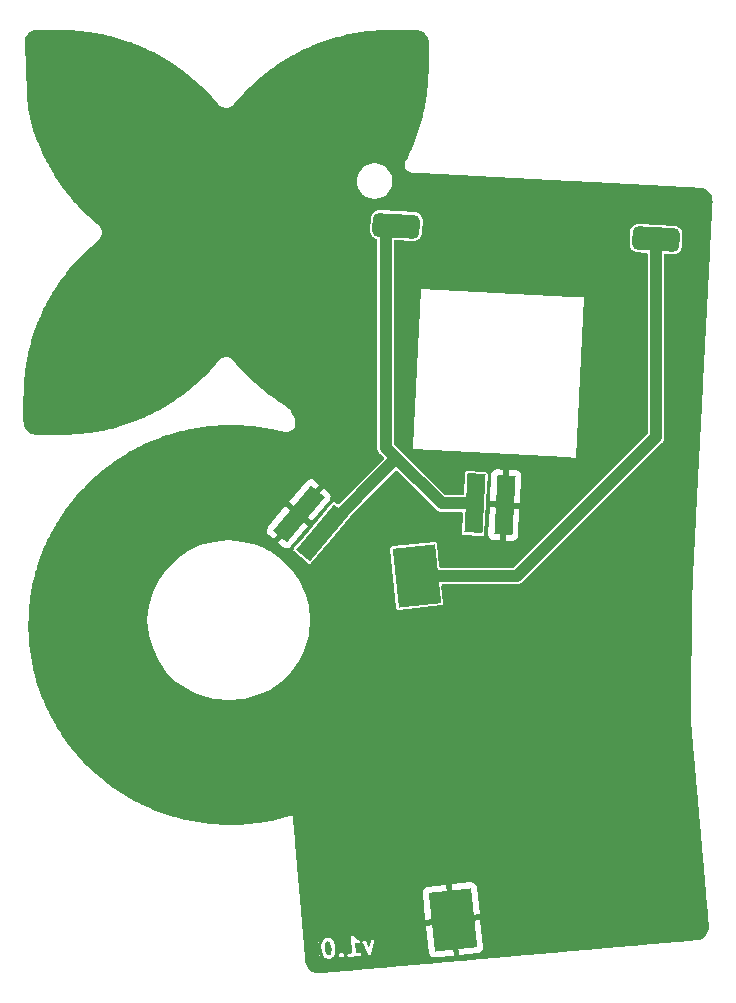
<source format=gbr>
%TF.GenerationSoftware,KiCad,Pcbnew,7.0.10*%
%TF.CreationDate,2024-05-13T16:35:13+02:00*%
%TF.ProjectId,MINT-Labs,4d494e54-2d4c-4616-9273-2e6b69636164,rev?*%
%TF.SameCoordinates,Original*%
%TF.FileFunction,Copper,L2,Bot*%
%TF.FilePolarity,Positive*%
%FSLAX46Y46*%
G04 Gerber Fmt 4.6, Leading zero omitted, Abs format (unit mm)*
G04 Created by KiCad (PCBNEW 7.0.10) date 2024-05-13 16:35:13*
%MOMM*%
%LPD*%
G01*
G04 APERTURE LIST*
G04 Aperture macros list*
%AMRoundRect*
0 Rectangle with rounded corners*
0 $1 Rounding radius*
0 $2 $3 $4 $5 $6 $7 $8 $9 X,Y pos of 4 corners*
0 Add a 4 corners polygon primitive as box body*
4,1,4,$2,$3,$4,$5,$6,$7,$8,$9,$2,$3,0*
0 Add four circle primitives for the rounded corners*
1,1,$1+$1,$2,$3*
1,1,$1+$1,$4,$5*
1,1,$1+$1,$6,$7*
1,1,$1+$1,$8,$9*
0 Add four rect primitives between the rounded corners*
20,1,$1+$1,$2,$3,$4,$5,0*
20,1,$1+$1,$4,$5,$6,$7,0*
20,1,$1+$1,$6,$7,$8,$9,0*
20,1,$1+$1,$8,$9,$2,$3,0*%
%AMRotRect*
0 Rectangle, with rotation*
0 The origin of the aperture is its center*
0 $1 length*
0 $2 width*
0 $3 Rotation angle, in degrees counterclockwise*
0 Add horizontal line*
21,1,$1,$2,0,0,$3*%
G04 Aperture macros list end*
%ADD10C,0.300000*%
%TA.AperFunction,SMDPad,CuDef*%
%ADD11RotRect,5.000000X3.600000X96.000000*%
%TD*%
%TA.AperFunction,SMDPad,CuDef*%
%ADD12RoundRect,0.500000X-1.524112X-0.420811X1.471776X-0.577819X1.524112X0.420811X-1.471776X0.577819X0*%
%TD*%
%TA.AperFunction,SMDPad,CuDef*%
%ADD13RotRect,1.524000X5.000000X177.000000*%
%TD*%
%TA.AperFunction,SMDPad,CuDef*%
%ADD14RotRect,1.524000X5.000000X320.000000*%
%TD*%
%TA.AperFunction,Conductor*%
%ADD15C,1.000000*%
%TD*%
G04 APERTURE END LIST*
D10*
G36*
X143386435Y-132206152D02*
G01*
X143426523Y-132239789D01*
X143488770Y-132341109D01*
X143573435Y-132586490D01*
X143601343Y-132905482D01*
X143560575Y-133161836D01*
X143516868Y-133272424D01*
X143483228Y-133312514D01*
X143398053Y-133364842D01*
X143326289Y-133371120D01*
X143233320Y-133334377D01*
X143193230Y-133300737D01*
X143130986Y-133199421D01*
X143046320Y-132954038D01*
X143018412Y-132635046D01*
X143059180Y-132378695D01*
X143102888Y-132268105D01*
X143136525Y-132228017D01*
X143221704Y-132175686D01*
X143293465Y-132169408D01*
X143386435Y-132206152D01*
G37*
G36*
X147538774Y-133518828D02*
G01*
X142617154Y-133949414D01*
X142502840Y-132642798D01*
X142717945Y-132642798D01*
X142749072Y-132998582D01*
X142755401Y-133015971D01*
X142756704Y-133034434D01*
X142852763Y-133312836D01*
X142862031Y-133326559D01*
X142866753Y-133342431D01*
X142950360Y-133478519D01*
X142967896Y-133495123D01*
X142981749Y-133514906D01*
X143059131Y-133579837D01*
X143081018Y-133590043D01*
X143100415Y-133604430D01*
X143248954Y-133663136D01*
X143283213Y-133667079D01*
X143317162Y-133673065D01*
X143459476Y-133660614D01*
X143491878Y-133648820D01*
X143524922Y-133638992D01*
X143661010Y-133555385D01*
X143677614Y-133537848D01*
X143697397Y-133523996D01*
X143762328Y-133446614D01*
X143772534Y-133424726D01*
X143786921Y-133405330D01*
X143815487Y-133333051D01*
X144217494Y-133333051D01*
X144224261Y-133410401D01*
X144246895Y-133442725D01*
X144268796Y-133474004D01*
X144346179Y-133538936D01*
X144346180Y-133538937D01*
X144364073Y-133547281D01*
X144379204Y-133559977D01*
X144398654Y-133563406D01*
X144416551Y-133571752D01*
X144436222Y-133570030D01*
X144455671Y-133573460D01*
X144474227Y-133566705D01*
X144493900Y-133564985D01*
X144510077Y-133553657D01*
X144528634Y-133546903D01*
X144541327Y-133531775D01*
X144557503Y-133520449D01*
X144557504Y-133520447D01*
X144622436Y-133443064D01*
X144651342Y-133381074D01*
X144933578Y-133381074D01*
X144960134Y-133454037D01*
X145019614Y-133503947D01*
X145096080Y-133517430D01*
X145949962Y-133442725D01*
X146022925Y-133416169D01*
X146072835Y-133356689D01*
X146086318Y-133280223D01*
X146059761Y-133207259D01*
X146000281Y-133157350D01*
X145923815Y-133143867D01*
X145646303Y-133168146D01*
X145566430Y-132255194D01*
X145598549Y-132282145D01*
X145620437Y-132292351D01*
X145639835Y-132306739D01*
X145788374Y-132365444D01*
X145865511Y-132374322D01*
X145936752Y-132343441D01*
X145983008Y-132281077D01*
X145987787Y-132239547D01*
X146198482Y-132239547D01*
X146211503Y-132316093D01*
X146654442Y-133281161D01*
X146671691Y-133301972D01*
X146685346Y-133325296D01*
X146696095Y-133331415D01*
X146703991Y-133340942D01*
X146729335Y-133350340D01*
X146752822Y-133363712D01*
X146765192Y-133363637D01*
X146776793Y-133367939D01*
X146803439Y-133363406D01*
X146830466Y-133363243D01*
X146841142Y-133356992D01*
X146853339Y-133354918D01*
X146874149Y-133337669D01*
X146897474Y-133324014D01*
X146903594Y-133313263D01*
X146913120Y-133305368D01*
X146922517Y-133280025D01*
X146935890Y-133256538D01*
X147204519Y-132229215D01*
X147204050Y-132151571D01*
X147164821Y-132084564D01*
X147097345Y-132046148D01*
X147019701Y-132046617D01*
X146952693Y-132085845D01*
X146914277Y-132153322D01*
X146751899Y-132774305D01*
X146484157Y-132190953D01*
X146434608Y-132131172D01*
X146361806Y-132104175D01*
X146285260Y-132117196D01*
X146225479Y-132166745D01*
X146198482Y-132239547D01*
X145987787Y-132239547D01*
X145991885Y-132203940D01*
X145961004Y-132132699D01*
X145898640Y-132086444D01*
X145772740Y-132036686D01*
X145648002Y-131932019D01*
X145496295Y-131742590D01*
X145468775Y-131722367D01*
X145442607Y-131700410D01*
X145437722Y-131699548D01*
X145433726Y-131696612D01*
X145399776Y-131692857D01*
X145366141Y-131686927D01*
X145361480Y-131688623D01*
X145356551Y-131688078D01*
X145325274Y-131701800D01*
X145293177Y-131713483D01*
X145289988Y-131717282D01*
X145285448Y-131719275D01*
X145265225Y-131746794D01*
X145243268Y-131772963D01*
X145242406Y-131777847D01*
X145239470Y-131781844D01*
X145235715Y-131815793D01*
X145229785Y-131849429D01*
X145347445Y-133194292D01*
X145069934Y-133218572D01*
X144996971Y-133245128D01*
X144947061Y-133304608D01*
X144933578Y-133381074D01*
X144651342Y-133381074D01*
X144655250Y-133372693D01*
X144648482Y-133295342D01*
X144603945Y-133231739D01*
X144603944Y-133231738D01*
X144526564Y-133166809D01*
X144508666Y-133158463D01*
X144493539Y-133145770D01*
X144474091Y-133142340D01*
X144456193Y-133133995D01*
X144436519Y-133135716D01*
X144417072Y-133132287D01*
X144398515Y-133139040D01*
X144378843Y-133140762D01*
X144362667Y-133152088D01*
X144344109Y-133158843D01*
X144331414Y-133173971D01*
X144315239Y-133185298D01*
X144250308Y-133262680D01*
X144239857Y-133285092D01*
X144217509Y-133333019D01*
X144217494Y-133333051D01*
X143815487Y-133333051D01*
X143845627Y-133256791D01*
X143847520Y-133240338D01*
X143854265Y-133225216D01*
X143900520Y-132934363D01*
X143898597Y-132915956D01*
X143901811Y-132897731D01*
X143870684Y-132541947D01*
X143864354Y-132524557D01*
X143863052Y-132506095D01*
X143766994Y-132227694D01*
X143757725Y-132213971D01*
X143753004Y-132198099D01*
X143669396Y-132062011D01*
X143651860Y-132045407D01*
X143638008Y-132025625D01*
X143560626Y-131960693D01*
X143538736Y-131950485D01*
X143519340Y-131936099D01*
X143370802Y-131877393D01*
X143336543Y-131873450D01*
X143302595Y-131867464D01*
X143160281Y-131879915D01*
X143127880Y-131891707D01*
X143094835Y-131901537D01*
X142958747Y-131985145D01*
X142942143Y-132002680D01*
X142922361Y-132016533D01*
X142857429Y-132093915D01*
X142847221Y-132115804D01*
X142832835Y-132135201D01*
X142774129Y-132283739D01*
X142772235Y-132300191D01*
X142765491Y-132315314D01*
X142719236Y-132606166D01*
X142721158Y-132624572D01*
X142717945Y-132642798D01*
X142502840Y-132642798D01*
X142422921Y-131729321D01*
X147344541Y-131298735D01*
X147538774Y-133518828D01*
G37*
D11*
%TO.P,BT1,1,+*%
%TO.N,+3V0*%
X150790000Y-101240000D03*
%TO.P,BT1,2,-*%
%TO.N,GND*%
X153852684Y-130379492D03*
%TD*%
D12*
%TO.P,SW1,1*%
%TO.N,VCC*%
X149078630Y-71582336D03*
%TO.P,SW1,2*%
%TO.N,+3V0*%
X171048479Y-72733727D03*
%TD*%
D13*
%TO.P,D1,1,K*%
%TO.N,GND*%
X158238260Y-95249858D03*
%TO.P,D1,2,A*%
%TO.N,VCC*%
X155701741Y-95116925D03*
%TD*%
D14*
%TO.P,D2,1,K*%
%TO.N,GND*%
X140810026Y-95982464D03*
%TO.P,D2,2,A*%
%TO.N,VCC*%
X142755779Y-97615145D03*
%TD*%
D15*
%TO.N,+3V0*%
X171048479Y-89500000D02*
X171048479Y-72733727D01*
X159308479Y-101240000D02*
X171048479Y-89500000D01*
X150790000Y-101240000D02*
X159308479Y-101240000D01*
%TO.N,VCC*%
X148170000Y-72490966D02*
X148170000Y-90383664D01*
X149078630Y-91292294D02*
X142755779Y-97615145D01*
X149078630Y-71582336D02*
X148170000Y-72490966D01*
X152903261Y-95116925D02*
X155701741Y-95116925D01*
X148170000Y-90383664D02*
X149078630Y-91292294D01*
X149078630Y-91292294D02*
X152903261Y-95116925D01*
%TD*%
%TA.AperFunction,Conductor*%
%TO.N,GND*%
G36*
X119014180Y-55004968D02*
G01*
X119015056Y-55005078D01*
X119024367Y-55005130D01*
X119031931Y-55005403D01*
X119059352Y-55007231D01*
X119077833Y-55005646D01*
X119250062Y-55007365D01*
X119250062Y-55007364D01*
X119274422Y-55007607D01*
X119274833Y-55007528D01*
X119494373Y-55008983D01*
X119494373Y-55008982D01*
X119508777Y-55009078D01*
X119508933Y-55009059D01*
X119754689Y-55010375D01*
X119754691Y-55010374D01*
X120024595Y-55011908D01*
X120024595Y-55011907D01*
X120024669Y-55011908D01*
X120024821Y-55011908D01*
X120297635Y-55013950D01*
X120567309Y-55016870D01*
X120567790Y-55016877D01*
X120827364Y-55021039D01*
X120827980Y-55021051D01*
X121071213Y-55026816D01*
X121072408Y-55026851D01*
X121292692Y-55034574D01*
X121294268Y-55034640D01*
X121539832Y-55046709D01*
X121541270Y-55046790D01*
X121786742Y-55062058D01*
X121788085Y-55062150D01*
X122033305Y-55080631D01*
X122034684Y-55080745D01*
X122279485Y-55102451D01*
X122281104Y-55102605D01*
X122525552Y-55127562D01*
X122526916Y-55127710D01*
X122771110Y-55155959D01*
X122772674Y-55156150D01*
X123016396Y-55187691D01*
X123017836Y-55187888D01*
X123260917Y-55222723D01*
X123262513Y-55222962D01*
X123466930Y-55255131D01*
X123505172Y-55261149D01*
X123506870Y-55261429D01*
X123748843Y-55302956D01*
X123750503Y-55303252D01*
X123991856Y-55348156D01*
X123993468Y-55348468D01*
X124234192Y-55396779D01*
X124235870Y-55397128D01*
X124460239Y-55445486D01*
X124475712Y-55448821D01*
X124477872Y-55449307D01*
X124691675Y-55499396D01*
X124693691Y-55499887D01*
X124928744Y-55559272D01*
X124930359Y-55559692D01*
X125180267Y-55626542D01*
X125181581Y-55626901D01*
X125440222Y-55699451D01*
X125441453Y-55699805D01*
X125702276Y-55776160D01*
X125703406Y-55776497D01*
X125960280Y-55854882D01*
X125961708Y-55855328D01*
X126208168Y-55933856D01*
X126209701Y-55934357D01*
X126439585Y-56011233D01*
X126441644Y-56011942D01*
X126648627Y-56085308D01*
X126650620Y-56086036D01*
X126889716Y-56175896D01*
X126891302Y-56176492D01*
X126893096Y-56177183D01*
X127007542Y-56222233D01*
X127132359Y-56271366D01*
X127134078Y-56272058D01*
X127278013Y-56331300D01*
X127371880Y-56369934D01*
X127373640Y-56370674D01*
X127609854Y-56472176D01*
X127611593Y-56472939D01*
X127745348Y-56532857D01*
X127845067Y-56577529D01*
X127846282Y-56578073D01*
X127847982Y-56578850D01*
X127990770Y-56645453D01*
X128080942Y-56687513D01*
X128082647Y-56688324D01*
X128314004Y-56800558D01*
X128315690Y-56801391D01*
X128455495Y-56871851D01*
X128544486Y-56916702D01*
X128545320Y-56917122D01*
X128546988Y-56917979D01*
X128774916Y-57037210D01*
X128776461Y-57038033D01*
X129001644Y-57160189D01*
X129002540Y-57160675D01*
X129004122Y-57161548D01*
X129228448Y-57287644D01*
X129229903Y-57288477D01*
X129452256Y-57417893D01*
X129453778Y-57418794D01*
X129565692Y-57486195D01*
X129674187Y-57551537D01*
X129675709Y-57552468D01*
X129894177Y-57688532D01*
X129895470Y-57689351D01*
X130058947Y-57794582D01*
X130111861Y-57828644D01*
X130113406Y-57829655D01*
X130327626Y-57972106D01*
X130329155Y-57973140D01*
X130541187Y-58118733D01*
X130542698Y-58119787D01*
X130752553Y-58268521D01*
X130754046Y-58269596D01*
X130961754Y-58421489D01*
X130963201Y-58422564D01*
X131168626Y-58577519D01*
X131170000Y-58578572D01*
X131373173Y-58736610D01*
X131374451Y-58737619D01*
X131575323Y-58898705D01*
X131576661Y-58899795D01*
X131775066Y-59063798D01*
X131776353Y-59064878D01*
X131972225Y-59231740D01*
X131973598Y-59232927D01*
X132104896Y-59348184D01*
X132167000Y-59402701D01*
X132168375Y-59403927D01*
X132359098Y-59576434D01*
X132360456Y-59577681D01*
X132548653Y-59753060D01*
X132549948Y-59754285D01*
X132672322Y-59871776D01*
X132735582Y-59932513D01*
X132736864Y-59933762D01*
X132919642Y-60114564D01*
X132919737Y-60114658D01*
X132921028Y-60115954D01*
X133101257Y-60299640D01*
X133102494Y-60300920D01*
X133279906Y-60487234D01*
X133281161Y-60488572D01*
X133455750Y-60677515D01*
X133456951Y-60678835D01*
X133628655Y-60870355D01*
X133629892Y-60871756D01*
X133798646Y-61065790D01*
X133799865Y-61067213D01*
X133960510Y-61257661D01*
X133962379Y-61259876D01*
X133965753Y-61264291D01*
X133966647Y-61265248D01*
X133970795Y-61268902D01*
X134141637Y-61435037D01*
X134144082Y-61437785D01*
X134146058Y-61439530D01*
X134148026Y-61441352D01*
X134150007Y-61442566D01*
X134154355Y-61445351D01*
X134157133Y-61446701D01*
X134339653Y-61555122D01*
X134343298Y-61557611D01*
X134346393Y-61559306D01*
X134350397Y-61560560D01*
X134350588Y-61560627D01*
X134354648Y-61561481D01*
X134543163Y-61614705D01*
X134547488Y-61615926D01*
X134553730Y-61618095D01*
X134555785Y-61618370D01*
X134562499Y-61617941D01*
X134758734Y-61617686D01*
X134764127Y-61617994D01*
X134766080Y-61617910D01*
X134768914Y-61617200D01*
X134773721Y-61615492D01*
X134965563Y-61560751D01*
X134969715Y-61559876D01*
X134970175Y-61559713D01*
X134974134Y-61558454D01*
X134977819Y-61556390D01*
X134977998Y-61556297D01*
X134981448Y-61553894D01*
X135162844Y-61445351D01*
X135165905Y-61443854D01*
X135169419Y-61441561D01*
X135171962Y-61439990D01*
X135174148Y-61437915D01*
X135176972Y-61435368D01*
X135179275Y-61432705D01*
X135348072Y-61267340D01*
X135353056Y-61262964D01*
X135357052Y-61257670D01*
X135505238Y-61080358D01*
X135506218Y-61079203D01*
X135660446Y-60899753D01*
X135661430Y-60898626D01*
X135818024Y-60721412D01*
X135819089Y-60720225D01*
X135978057Y-60545213D01*
X135979141Y-60544034D01*
X136140399Y-60371291D01*
X136141753Y-60369865D01*
X136294564Y-60211744D01*
X136295936Y-60210349D01*
X136467395Y-60038875D01*
X136468450Y-60037834D01*
X136653952Y-59857336D01*
X136654910Y-59856415D01*
X136849608Y-59671438D01*
X136850426Y-59670669D01*
X137049746Y-59485509D01*
X137050507Y-59484810D01*
X137249409Y-59304177D01*
X137250372Y-59303314D01*
X137444075Y-59131675D01*
X137445241Y-59130656D01*
X137629001Y-58972440D01*
X137630471Y-58971197D01*
X137799539Y-58830815D01*
X137801200Y-58829462D01*
X138001028Y-58669798D01*
X138002510Y-58668634D01*
X138002643Y-58668531D01*
X138204914Y-58511966D01*
X138206149Y-58511025D01*
X138410964Y-58357466D01*
X138412275Y-58356498D01*
X138619521Y-58206023D01*
X138620874Y-58205057D01*
X138830365Y-58057781D01*
X138831712Y-58056850D01*
X139043308Y-57912859D01*
X139044750Y-57911894D01*
X139258509Y-57771131D01*
X139259972Y-57770183D01*
X139475886Y-57632640D01*
X139477375Y-57631707D01*
X139695386Y-57497414D01*
X139696741Y-57496594D01*
X139916780Y-57365581D01*
X139918256Y-57364718D01*
X140140134Y-57237090D01*
X140141617Y-57236251D01*
X140365448Y-57111934D01*
X140366944Y-57111117D01*
X140592596Y-56990176D01*
X140594061Y-56989405D01*
X140821619Y-56871791D01*
X140823040Y-56871069D01*
X141052205Y-56756932D01*
X141053789Y-56756157D01*
X141284728Y-56645407D01*
X141286212Y-56644709D01*
X141518735Y-56537440D01*
X141520289Y-56536736D01*
X141754436Y-56432923D01*
X141755816Y-56432324D01*
X141991617Y-56331957D01*
X141993056Y-56331358D01*
X142230111Y-56234607D01*
X142231684Y-56233979D01*
X142470268Y-56140730D01*
X142471798Y-56140145D01*
X142711700Y-56050486D01*
X142713284Y-56049908D01*
X142954421Y-55963869D01*
X142955973Y-55963327D01*
X143198445Y-55880878D01*
X143200078Y-55880336D01*
X143443705Y-55801541D01*
X143445318Y-55801034D01*
X143689960Y-55725941D01*
X143691710Y-55725417D01*
X143937535Y-55653983D01*
X143939206Y-55653511D01*
X144186060Y-55585786D01*
X144187672Y-55585357D01*
X144435534Y-55521357D01*
X144437215Y-55520936D01*
X144685998Y-55460693D01*
X144687677Y-55460300D01*
X144937346Y-55403830D01*
X144938994Y-55403470D01*
X145189488Y-55350801D01*
X145191305Y-55350434D01*
X145442359Y-55301628D01*
X145444206Y-55301284D01*
X145696108Y-55256295D01*
X145697887Y-55255990D01*
X145950581Y-55214849D01*
X145952203Y-55214598D01*
X146205162Y-55177399D01*
X146207532Y-55177075D01*
X146425261Y-55149479D01*
X146427441Y-55149224D01*
X146668310Y-55123420D01*
X146670004Y-55123251D01*
X146927569Y-55099514D01*
X146928854Y-55099404D01*
X147196415Y-55078019D01*
X147197551Y-55077934D01*
X147468932Y-55059139D01*
X147470005Y-55059071D01*
X147738172Y-55043159D01*
X147739283Y-55043098D01*
X147998211Y-55030300D01*
X147999347Y-55030249D01*
X148242066Y-55020833D01*
X148243589Y-55020784D01*
X148464032Y-55014982D01*
X148465055Y-55014961D01*
X148711656Y-55011119D01*
X148712325Y-55011111D01*
X148959633Y-55008717D01*
X148959680Y-55008716D01*
X149207236Y-55007499D01*
X149207236Y-55007498D01*
X149207306Y-55007498D01*
X149207403Y-55007497D01*
X149454726Y-55007178D01*
X149702132Y-55007475D01*
X149702227Y-55007476D01*
X149702228Y-55007477D01*
X149947867Y-55008109D01*
X149949841Y-55008115D01*
X149949843Y-55008116D01*
X150183145Y-55008775D01*
X150183258Y-55008789D01*
X150197464Y-55008816D01*
X150197465Y-55008817D01*
X150420719Y-55009250D01*
X150421579Y-55009422D01*
X150434683Y-55009353D01*
X150455723Y-55011038D01*
X150468249Y-55013125D01*
X150474468Y-55010369D01*
X150490737Y-55009295D01*
X150686773Y-55009284D01*
X150698751Y-55009863D01*
X150908619Y-55030241D01*
X150932597Y-55034990D01*
X151121271Y-55092165D01*
X151143629Y-55101407D01*
X151313880Y-55192156D01*
X151333857Y-55205434D01*
X151476536Y-55321638D01*
X151481836Y-55325954D01*
X151498884Y-55342831D01*
X151618544Y-55486774D01*
X151620647Y-55489303D01*
X151634247Y-55509370D01*
X151725867Y-55677988D01*
X151735425Y-55700710D01*
X151793054Y-55887931D01*
X151797961Y-55912429D01*
X151818250Y-56121413D01*
X151818829Y-56133824D01*
X151818025Y-56366338D01*
X151818025Y-56366345D01*
X151817186Y-56605192D01*
X151817186Y-56605229D01*
X151816613Y-56755579D01*
X151816275Y-56844111D01*
X151816275Y-56844113D01*
X151815433Y-57037618D01*
X151815235Y-57082989D01*
X151814364Y-57288040D01*
X151814292Y-57304887D01*
X151814292Y-57304890D01*
X151813427Y-57497489D01*
X151813195Y-57549013D01*
X151813194Y-57549221D01*
X151811588Y-57809636D01*
X151811585Y-57810000D01*
X151809135Y-58079181D01*
X151809129Y-58079714D01*
X151805476Y-58352200D01*
X151805464Y-58352932D01*
X151800270Y-58621920D01*
X151800247Y-58622915D01*
X151793166Y-58881882D01*
X151793121Y-58883247D01*
X151783827Y-59125501D01*
X151783738Y-59127433D01*
X151771885Y-59346949D01*
X151771744Y-59349176D01*
X151753247Y-59605858D01*
X151753095Y-59607770D01*
X151730599Y-59864480D01*
X151730417Y-59866383D01*
X151703980Y-60122587D01*
X151703770Y-60124480D01*
X151673399Y-60380258D01*
X151673161Y-60382142D01*
X151638866Y-60637504D01*
X151638599Y-60639378D01*
X151600428Y-60894070D01*
X151600134Y-60895936D01*
X151558069Y-61150122D01*
X151557747Y-61151978D01*
X151511828Y-61405482D01*
X151511479Y-61407330D01*
X151461720Y-61660115D01*
X151461344Y-61661951D01*
X151407777Y-61913923D01*
X151407374Y-61915752D01*
X151350006Y-62166897D01*
X151349576Y-62168716D01*
X151288439Y-62418926D01*
X151287983Y-62420735D01*
X151223050Y-62670138D01*
X151222567Y-62671938D01*
X151153909Y-62920282D01*
X151153398Y-62922075D01*
X151080979Y-63169481D01*
X151080443Y-63171262D01*
X151004398Y-63417303D01*
X151003836Y-63419077D01*
X150924048Y-63664134D01*
X150923459Y-63665897D01*
X150840012Y-63909714D01*
X150839396Y-63911470D01*
X150752320Y-64153950D01*
X150751679Y-64155695D01*
X150660957Y-64396897D01*
X150660288Y-64398634D01*
X150565950Y-64638461D01*
X150565256Y-64640189D01*
X150467376Y-64878452D01*
X150466655Y-64880171D01*
X150365131Y-65117108D01*
X150364383Y-65118817D01*
X150259360Y-65354077D01*
X150258585Y-65355778D01*
X150150016Y-65589456D01*
X150149237Y-65591101D01*
X150131814Y-65627168D01*
X150037135Y-65823150D01*
X150036306Y-65824832D01*
X149922794Y-66051002D01*
X149920324Y-66055430D01*
X149919603Y-66057055D01*
X149917985Y-66061923D01*
X149833329Y-66279451D01*
X149832020Y-66282209D01*
X149830055Y-66287840D01*
X149830047Y-66287862D01*
X149829019Y-66294033D01*
X149828847Y-66297029D01*
X149802580Y-66496607D01*
X149801804Y-66500980D01*
X149801719Y-66502113D01*
X149801894Y-66503769D01*
X149802807Y-66508058D01*
X149832635Y-66689848D01*
X149833090Y-66693162D01*
X149834785Y-66696080D01*
X149920241Y-66852520D01*
X149921504Y-66854949D01*
X149923881Y-66856955D01*
X149930448Y-66862782D01*
X150060688Y-66978329D01*
X150064273Y-66981765D01*
X150069020Y-66983632D01*
X150250934Y-67063867D01*
X150254574Y-67065791D01*
X150255692Y-67066207D01*
X150259033Y-67067563D01*
X150262589Y-67068229D01*
X150264028Y-67068543D01*
X150268015Y-67068892D01*
X150497757Y-67105874D01*
X150503601Y-67107071D01*
X150509632Y-67107077D01*
X150767080Y-67120601D01*
X150767080Y-67120600D01*
X150793345Y-67121980D01*
X150793367Y-67121980D01*
X151030933Y-67134459D01*
X151030933Y-67134458D01*
X151057199Y-67135838D01*
X151057224Y-67135838D01*
X151294785Y-67148316D01*
X151321096Y-67149698D01*
X151321105Y-67149697D01*
X151558638Y-67162174D01*
X151558638Y-67162173D01*
X151584904Y-67163553D01*
X151584930Y-67163553D01*
X151822491Y-67176031D01*
X151822491Y-67176030D01*
X151848756Y-67177410D01*
X151848783Y-67177410D01*
X152086345Y-67189888D01*
X152086345Y-67189887D01*
X152112610Y-67191267D01*
X152112637Y-67191267D01*
X152350198Y-67203745D01*
X152350198Y-67203744D01*
X152376463Y-67205124D01*
X152376490Y-67205124D01*
X152614051Y-67217602D01*
X152614051Y-67217601D01*
X152640316Y-67218981D01*
X152640343Y-67218981D01*
X152877904Y-67231459D01*
X152877904Y-67231458D01*
X152904169Y-67232838D01*
X152904201Y-67232839D01*
X153141757Y-67245315D01*
X153141757Y-67245314D01*
X153168022Y-67246694D01*
X153168049Y-67246694D01*
X153405610Y-67259172D01*
X153405610Y-67259171D01*
X153431875Y-67260551D01*
X153431907Y-67260552D01*
X153669463Y-67273028D01*
X153669463Y-67273027D01*
X153695728Y-67274407D01*
X153695755Y-67274407D01*
X153933316Y-67286885D01*
X153933316Y-67286884D01*
X153959581Y-67288264D01*
X153959613Y-67288265D01*
X154197169Y-67300741D01*
X154197169Y-67300740D01*
X154223434Y-67302120D01*
X154223466Y-67302121D01*
X154461022Y-67314597D01*
X154461022Y-67314596D01*
X154487287Y-67315976D01*
X154487319Y-67315977D01*
X154724875Y-67328453D01*
X154724875Y-67328452D01*
X154751140Y-67329832D01*
X154751172Y-67329833D01*
X154988729Y-67342309D01*
X154988729Y-67342308D01*
X155014994Y-67343688D01*
X155015026Y-67343689D01*
X155252582Y-67356165D01*
X155252582Y-67356164D01*
X155278847Y-67357544D01*
X155278879Y-67357545D01*
X155516435Y-67370021D01*
X155516435Y-67370020D01*
X155542700Y-67371400D01*
X155542732Y-67371401D01*
X155780288Y-67383877D01*
X155780288Y-67383876D01*
X155806554Y-67385256D01*
X155806590Y-67385257D01*
X156044141Y-67397732D01*
X156044141Y-67397731D01*
X156070405Y-67399111D01*
X156070438Y-67399112D01*
X156307994Y-67411588D01*
X156307994Y-67411587D01*
X156334259Y-67412967D01*
X156334291Y-67412968D01*
X156571848Y-67425444D01*
X156571848Y-67425443D01*
X156598114Y-67426823D01*
X156598150Y-67426824D01*
X156835701Y-67439299D01*
X156835701Y-67439298D01*
X156861965Y-67440678D01*
X156861998Y-67440679D01*
X157099554Y-67453155D01*
X157099554Y-67453154D01*
X157125820Y-67454534D01*
X157125856Y-67454535D01*
X157363407Y-67467010D01*
X157363407Y-67467009D01*
X157389671Y-67468389D01*
X157389704Y-67468390D01*
X157627260Y-67480866D01*
X157627260Y-67480865D01*
X157653526Y-67482245D01*
X157653562Y-67482246D01*
X157891114Y-67494721D01*
X157891114Y-67494720D01*
X157917378Y-67496100D01*
X157917411Y-67496101D01*
X158154967Y-67508577D01*
X158154967Y-67508576D01*
X158181233Y-67509956D01*
X158181269Y-67509957D01*
X158418820Y-67522432D01*
X158418820Y-67522431D01*
X158445084Y-67523811D01*
X158445123Y-67523812D01*
X158682673Y-67536287D01*
X158682673Y-67536286D01*
X158708937Y-67537666D01*
X158708970Y-67537667D01*
X158946527Y-67550143D01*
X158946527Y-67550142D01*
X158972793Y-67551522D01*
X158972829Y-67551523D01*
X159210380Y-67563998D01*
X159210380Y-67563997D01*
X159236644Y-67565377D01*
X159236683Y-67565378D01*
X159474233Y-67577853D01*
X159474233Y-67577852D01*
X159500497Y-67579232D01*
X159500536Y-67579233D01*
X159738086Y-67591708D01*
X159738086Y-67591707D01*
X159764350Y-67593087D01*
X159764383Y-67593088D01*
X160001940Y-67605564D01*
X160001940Y-67605563D01*
X160028206Y-67606943D01*
X160028242Y-67606944D01*
X160265793Y-67619419D01*
X160265793Y-67619418D01*
X160292057Y-67620798D01*
X160292096Y-67620799D01*
X160529646Y-67633274D01*
X160529646Y-67633273D01*
X160555910Y-67634653D01*
X160555943Y-67634654D01*
X160793500Y-67647130D01*
X160793500Y-67647129D01*
X160819766Y-67648509D01*
X160819802Y-67648510D01*
X161057353Y-67660985D01*
X161057353Y-67660984D01*
X161083617Y-67662364D01*
X161083656Y-67662365D01*
X161321206Y-67674840D01*
X161321206Y-67674839D01*
X161347470Y-67676219D01*
X161347503Y-67676220D01*
X161585059Y-67688696D01*
X161585059Y-67688695D01*
X161611325Y-67690075D01*
X161611361Y-67690076D01*
X161848913Y-67702551D01*
X161848913Y-67702550D01*
X161875177Y-67703930D01*
X161875210Y-67703931D01*
X162112766Y-67716407D01*
X162112766Y-67716406D01*
X162139032Y-67717786D01*
X162139068Y-67717787D01*
X162376619Y-67730262D01*
X162376619Y-67730261D01*
X162402883Y-67731641D01*
X162402916Y-67731642D01*
X162640472Y-67744118D01*
X162640472Y-67744117D01*
X162666738Y-67745497D01*
X162666774Y-67745498D01*
X162904326Y-67757973D01*
X162904326Y-67757972D01*
X162930590Y-67759352D01*
X162930623Y-67759353D01*
X163168179Y-67771829D01*
X163168179Y-67771828D01*
X163194444Y-67773208D01*
X163194476Y-67773209D01*
X163432032Y-67785685D01*
X163432032Y-67785684D01*
X163458297Y-67787064D01*
X163458329Y-67787065D01*
X163695885Y-67799541D01*
X163695885Y-67799540D01*
X163722150Y-67800920D01*
X163722182Y-67800921D01*
X163959739Y-67813397D01*
X163959739Y-67813396D01*
X163986005Y-67814776D01*
X163986041Y-67814777D01*
X164223592Y-67827252D01*
X164223592Y-67827251D01*
X164249856Y-67828631D01*
X164249885Y-67828631D01*
X164487445Y-67841109D01*
X164487445Y-67841108D01*
X164513710Y-67842488D01*
X164513742Y-67842489D01*
X164751298Y-67854965D01*
X164751298Y-67854964D01*
X164777563Y-67856344D01*
X164777595Y-67856345D01*
X165015152Y-67868821D01*
X165015152Y-67868820D01*
X165041417Y-67870200D01*
X165041449Y-67870201D01*
X165279005Y-67882677D01*
X165279005Y-67882676D01*
X165305270Y-67884056D01*
X165305302Y-67884057D01*
X165542858Y-67896533D01*
X165542858Y-67896532D01*
X165569123Y-67897912D01*
X165569150Y-67897912D01*
X165806711Y-67910390D01*
X165806711Y-67910389D01*
X165832976Y-67911769D01*
X165833003Y-67911769D01*
X166070565Y-67924247D01*
X166070565Y-67924246D01*
X166096830Y-67925626D01*
X166096862Y-67925627D01*
X166334418Y-67938103D01*
X166334418Y-67938102D01*
X166360683Y-67939482D01*
X166360710Y-67939482D01*
X166598271Y-67951960D01*
X166598271Y-67951959D01*
X166624536Y-67953339D01*
X166624563Y-67953339D01*
X166862124Y-67965817D01*
X166862124Y-67965816D01*
X166888389Y-67967196D01*
X166888416Y-67967196D01*
X167125977Y-67979674D01*
X167125977Y-67979673D01*
X167152242Y-67981053D01*
X167152269Y-67981053D01*
X167389831Y-67993531D01*
X167389831Y-67993530D01*
X167416096Y-67994910D01*
X167416123Y-67994910D01*
X167653684Y-68007388D01*
X167679995Y-68008770D01*
X167680004Y-68008769D01*
X167917537Y-68021246D01*
X167917537Y-68021245D01*
X167943803Y-68022625D01*
X167943829Y-68022625D01*
X168181390Y-68035103D01*
X168207701Y-68036485D01*
X168207710Y-68036484D01*
X168445243Y-68048961D01*
X168445243Y-68048960D01*
X168471508Y-68050340D01*
X168471530Y-68050340D01*
X168709096Y-68062819D01*
X168709096Y-68062818D01*
X168735361Y-68064198D01*
X168735383Y-68064198D01*
X168972949Y-68076677D01*
X168972949Y-68076676D01*
X168999214Y-68078056D01*
X168999236Y-68078056D01*
X169236803Y-68090535D01*
X169236803Y-68090534D01*
X169263068Y-68091914D01*
X169263090Y-68091914D01*
X169500656Y-68104393D01*
X169500656Y-68104392D01*
X169526967Y-68105775D01*
X169526975Y-68105774D01*
X169764509Y-68118252D01*
X169764509Y-68118251D01*
X169790820Y-68119634D01*
X169790828Y-68119633D01*
X170028362Y-68132111D01*
X170028362Y-68132110D01*
X170054627Y-68133490D01*
X170054649Y-68133490D01*
X170292215Y-68145969D01*
X170292215Y-68145968D01*
X170318526Y-68147351D01*
X170318534Y-68147350D01*
X170556068Y-68159828D01*
X170556068Y-68159827D01*
X170582390Y-68161210D01*
X170582395Y-68161210D01*
X170819921Y-68173688D01*
X170819921Y-68173687D01*
X170846232Y-68175070D01*
X170846240Y-68175069D01*
X171083774Y-68187547D01*
X171083774Y-68187546D01*
X171110096Y-68188929D01*
X171110101Y-68188929D01*
X171347627Y-68201407D01*
X171347627Y-68201406D01*
X171373938Y-68202789D01*
X171373946Y-68202788D01*
X171611480Y-68215266D01*
X171611480Y-68215265D01*
X171637802Y-68216648D01*
X171637807Y-68216648D01*
X171875333Y-68229126D01*
X171875333Y-68229125D01*
X171901656Y-68230508D01*
X171901658Y-68230508D01*
X172139186Y-68242987D01*
X172139186Y-68242986D01*
X172165497Y-68244369D01*
X172165504Y-68244368D01*
X172403039Y-68256847D01*
X172403039Y-68256846D01*
X172429362Y-68258229D01*
X172429364Y-68258229D01*
X172666892Y-68270708D01*
X172666892Y-68270707D01*
X172693203Y-68272090D01*
X172693210Y-68272089D01*
X172930745Y-68284568D01*
X172930745Y-68284567D01*
X172957068Y-68285950D01*
X172957070Y-68285950D01*
X173194598Y-68298429D01*
X173194598Y-68298428D01*
X173220920Y-68299811D01*
X173220921Y-68299811D01*
X173458450Y-68312291D01*
X173458450Y-68312290D01*
X173484772Y-68313673D01*
X173484775Y-68313673D01*
X173722303Y-68326152D01*
X173722303Y-68326151D01*
X173748625Y-68327534D01*
X173748626Y-68327534D01*
X173986156Y-68340014D01*
X173986156Y-68340013D01*
X174012478Y-68341396D01*
X174012479Y-68341396D01*
X174250009Y-68353876D01*
X174250009Y-68353875D01*
X174276331Y-68355258D01*
X174276332Y-68355258D01*
X174513862Y-68367738D01*
X174513862Y-68367737D01*
X174540184Y-68369120D01*
X174540185Y-68369120D01*
X174771379Y-68381267D01*
X174783748Y-68382542D01*
X174992004Y-68414659D01*
X175016032Y-68420879D01*
X175201727Y-68489414D01*
X175223587Y-68500020D01*
X175389647Y-68601799D01*
X175408673Y-68616146D01*
X175504378Y-68703945D01*
X175551268Y-68746961D01*
X175567093Y-68764540D01*
X175682258Y-68920055D01*
X175694535Y-68940482D01*
X175778358Y-69116282D01*
X175786616Y-69139134D01*
X175835327Y-69330983D01*
X175838998Y-69355539D01*
X175849126Y-69566009D01*
X175849099Y-69578468D01*
X175835650Y-69834725D01*
X175835650Y-69834726D01*
X175821877Y-70097139D01*
X175821877Y-70097140D01*
X175808104Y-70359553D01*
X175808104Y-70359554D01*
X175794330Y-70621967D01*
X175794330Y-70621968D01*
X175780556Y-70884381D01*
X175780556Y-70884382D01*
X175766782Y-71146794D01*
X175766782Y-71146795D01*
X175753007Y-71409208D01*
X175753007Y-71409209D01*
X175739232Y-71671621D01*
X175739232Y-71671622D01*
X175739147Y-71673244D01*
X175739146Y-71673243D01*
X175739145Y-71673275D01*
X175725370Y-71935659D01*
X175725369Y-71935689D01*
X175711594Y-72198072D01*
X175711593Y-72198102D01*
X175697818Y-72460485D01*
X175697817Y-72460515D01*
X175684042Y-72722898D01*
X175684041Y-72722927D01*
X175670265Y-72985311D01*
X175670264Y-72985339D01*
X175656487Y-73247724D01*
X175656486Y-73247754D01*
X175642710Y-73510137D01*
X175642709Y-73510165D01*
X175628932Y-73772550D01*
X175628931Y-73772579D01*
X175615154Y-74034963D01*
X175615153Y-74034992D01*
X175601375Y-74297375D01*
X175601374Y-74297404D01*
X175587596Y-74559788D01*
X175587595Y-74559817D01*
X175573817Y-74822201D01*
X175573816Y-74822229D01*
X175560037Y-75084614D01*
X175560036Y-75084642D01*
X175546258Y-75347025D01*
X175546257Y-75347052D01*
X175532477Y-75609438D01*
X175532476Y-75609467D01*
X175518697Y-75871851D01*
X175518696Y-75871877D01*
X175504916Y-76134262D01*
X175504915Y-76134290D01*
X175491135Y-76396674D01*
X175491134Y-76396702D01*
X175477354Y-76659087D01*
X175477353Y-76659115D01*
X175463573Y-76921499D01*
X175463572Y-76921526D01*
X175449791Y-77183912D01*
X175449790Y-77183938D01*
X175436009Y-77446324D01*
X175436008Y-77446350D01*
X175422227Y-77708735D01*
X175422226Y-77708761D01*
X175408444Y-77971147D01*
X175408443Y-77971173D01*
X175394662Y-78233559D01*
X175394661Y-78233585D01*
X175380879Y-78495971D01*
X175380878Y-78495997D01*
X175367096Y-78758383D01*
X175367095Y-78758408D01*
X175353312Y-79020794D01*
X175353311Y-79020821D01*
X175339529Y-79283206D01*
X175339528Y-79283231D01*
X175325745Y-79545617D01*
X175325744Y-79545643D01*
X175311961Y-79808029D01*
X175311960Y-79808055D01*
X175298177Y-80070440D01*
X175298176Y-80070466D01*
X175284393Y-80332852D01*
X175284392Y-80332877D01*
X175270608Y-80595263D01*
X175270607Y-80595288D01*
X175256823Y-80857675D01*
X175256822Y-80857700D01*
X175243038Y-81120086D01*
X175243037Y-81120111D01*
X175229253Y-81382498D01*
X175229252Y-81382523D01*
X175215469Y-81644882D01*
X175215469Y-81644901D01*
X175215468Y-81644909D01*
X175215467Y-81644934D01*
X175201683Y-81907320D01*
X175201682Y-81907346D01*
X175187897Y-82169732D01*
X175187896Y-82169758D01*
X175174112Y-82432143D01*
X175174111Y-82432167D01*
X175160326Y-82694554D01*
X175160325Y-82694579D01*
X175146540Y-82956965D01*
X175146539Y-82956990D01*
X175132754Y-83219376D01*
X175132753Y-83219403D01*
X175118968Y-83481788D01*
X175118967Y-83481813D01*
X175105182Y-83744199D01*
X175105181Y-83744224D01*
X175091396Y-84006610D01*
X175091395Y-84006635D01*
X175077609Y-84269021D01*
X175077608Y-84269046D01*
X175063823Y-84531432D01*
X175063822Y-84531457D01*
X175050036Y-84793843D01*
X175050035Y-84793868D01*
X175036249Y-85056255D01*
X175036248Y-85056280D01*
X175022463Y-85318666D01*
X175022462Y-85318691D01*
X175008676Y-85581077D01*
X175008675Y-85581102D01*
X174994889Y-85843488D01*
X174994888Y-85843513D01*
X174981102Y-86105899D01*
X174981101Y-86105924D01*
X174967315Y-86368310D01*
X174967314Y-86368335D01*
X174953528Y-86630721D01*
X174953527Y-86630746D01*
X174939741Y-86893132D01*
X174939740Y-86893157D01*
X174925954Y-87155544D01*
X174925953Y-87155569D01*
X174912167Y-87417955D01*
X174912166Y-87417980D01*
X174898380Y-87680366D01*
X174898379Y-87680391D01*
X174884593Y-87942777D01*
X174884592Y-87942803D01*
X174870805Y-88205189D01*
X174870805Y-88205200D01*
X174866628Y-88284685D01*
X174857018Y-88467599D01*
X174857017Y-88467624D01*
X174843231Y-88730011D01*
X174843230Y-88730036D01*
X174829444Y-88992422D01*
X174829443Y-88992447D01*
X174815657Y-89254833D01*
X174815656Y-89254858D01*
X174801870Y-89517244D01*
X174801869Y-89517269D01*
X174788083Y-89779656D01*
X174788082Y-89779681D01*
X174774296Y-90042067D01*
X174774295Y-90042092D01*
X174760509Y-90304478D01*
X174760508Y-90304503D01*
X174746722Y-90566890D01*
X174746721Y-90566915D01*
X174732935Y-90829301D01*
X174732934Y-90829326D01*
X174719148Y-91091712D01*
X174719147Y-91091737D01*
X174705361Y-91354124D01*
X174705360Y-91354149D01*
X174691574Y-91616535D01*
X174691573Y-91616562D01*
X174677788Y-91878947D01*
X174677787Y-91878972D01*
X174664001Y-92141359D01*
X174664000Y-92141384D01*
X174650214Y-92403770D01*
X174650213Y-92403797D01*
X174636428Y-92666182D01*
X174636427Y-92666207D01*
X174622642Y-92928593D01*
X174622641Y-92928618D01*
X174608855Y-93191005D01*
X174608854Y-93191032D01*
X174595069Y-93453417D01*
X174595068Y-93453444D01*
X174581283Y-93715829D01*
X174581282Y-93715856D01*
X174567497Y-93978241D01*
X174567496Y-93978267D01*
X174553712Y-94240652D01*
X174553711Y-94240678D01*
X174539926Y-94503064D01*
X174539925Y-94503090D01*
X174526141Y-94765476D01*
X174526140Y-94765502D01*
X174512355Y-95027890D01*
X174512354Y-95027914D01*
X174498570Y-95290301D01*
X174498569Y-95290326D01*
X174484785Y-95552713D01*
X174484784Y-95552738D01*
X174471000Y-95815125D01*
X174470999Y-95815151D01*
X174457216Y-96077537D01*
X174457215Y-96077562D01*
X174443431Y-96339950D01*
X174443430Y-96339976D01*
X174429647Y-96602362D01*
X174429646Y-96602388D01*
X174415863Y-96864775D01*
X174415862Y-96864801D01*
X174402079Y-97127187D01*
X174402078Y-97127213D01*
X174388295Y-97389600D01*
X174388294Y-97389626D01*
X174374511Y-97652012D01*
X174374510Y-97652039D01*
X174360728Y-97914425D01*
X174360727Y-97914451D01*
X174346945Y-98176838D01*
X174346944Y-98176864D01*
X174333162Y-98439251D01*
X174333161Y-98439277D01*
X174319379Y-98701664D01*
X174319378Y-98701690D01*
X174305597Y-98964077D01*
X174305596Y-98964103D01*
X174291814Y-99226490D01*
X174291813Y-99226516D01*
X174278032Y-99488903D01*
X174278031Y-99488930D01*
X174264251Y-99751316D01*
X174264250Y-99751343D01*
X174250469Y-100013730D01*
X174250468Y-100013757D01*
X174236688Y-100276142D01*
X174236687Y-100276170D01*
X174222907Y-100538556D01*
X174222906Y-100538584D01*
X174209163Y-100800242D01*
X174209150Y-100800599D01*
X174198237Y-101021571D01*
X174198221Y-101022036D01*
X174187366Y-101266887D01*
X174187358Y-101267317D01*
X174176895Y-101527051D01*
X174176889Y-101527397D01*
X174166994Y-101796363D01*
X174166989Y-101796713D01*
X174157852Y-102069093D01*
X174157847Y-102069445D01*
X174149686Y-102338848D01*
X174149682Y-102339209D01*
X174142937Y-102590873D01*
X174142898Y-102591353D01*
X174137173Y-102842684D01*
X174137170Y-102843087D01*
X174132993Y-103078231D01*
X174133034Y-103078625D01*
X174130239Y-103269886D01*
X174129486Y-103321476D01*
X174129486Y-103321479D01*
X174125742Y-103579326D01*
X174125742Y-103579329D01*
X174122020Y-103837175D01*
X174122020Y-103837178D01*
X174118631Y-104073327D01*
X174118319Y-104095039D01*
X174114625Y-104353761D01*
X174114625Y-104353793D01*
X174110974Y-104610726D01*
X174110975Y-104610727D01*
X174107331Y-104868573D01*
X174107331Y-104868575D01*
X174103703Y-105126422D01*
X174103703Y-105126424D01*
X174100091Y-105384271D01*
X174100091Y-105384273D01*
X174096493Y-105642119D01*
X174096493Y-105642121D01*
X174092910Y-105899967D01*
X174092910Y-105899969D01*
X174089338Y-106157816D01*
X174089338Y-106157818D01*
X174085778Y-106415665D01*
X174085778Y-106415667D01*
X174083314Y-106594672D01*
X174082228Y-106673519D01*
X174078688Y-106931366D01*
X174075155Y-107189215D01*
X174071618Y-107447905D01*
X174071618Y-107447939D01*
X174068099Y-107705753D01*
X174068099Y-107705790D01*
X174064597Y-107962757D01*
X174064598Y-107962758D01*
X174061088Y-108220605D01*
X174061088Y-108220607D01*
X174057581Y-108478455D01*
X174057581Y-108478457D01*
X174054076Y-108736304D01*
X174054076Y-108736306D01*
X174050571Y-108994155D01*
X174050571Y-108994157D01*
X174047067Y-109252005D01*
X174047067Y-109252007D01*
X174043561Y-109509856D01*
X174043561Y-109509858D01*
X174040053Y-109767708D01*
X174040053Y-109767710D01*
X174040042Y-109768552D01*
X174040041Y-109768551D01*
X174040041Y-109768590D01*
X174036541Y-110025560D01*
X174036541Y-110025562D01*
X174033025Y-110283412D01*
X174033025Y-110283415D01*
X174029503Y-110541266D01*
X174029503Y-110541268D01*
X174025975Y-110799117D01*
X174025975Y-110799121D01*
X174022439Y-111056972D01*
X174022439Y-111056977D01*
X174018894Y-111314827D01*
X174018894Y-111314831D01*
X174015339Y-111572681D01*
X174015339Y-111572686D01*
X174011774Y-111830537D01*
X174011774Y-111830543D01*
X174008194Y-112088612D01*
X174008193Y-112088962D01*
X174007024Y-112300563D01*
X174006970Y-112301215D01*
X174006970Y-112318996D01*
X174007047Y-112319911D01*
X174008875Y-112546663D01*
X174008832Y-112547465D01*
X174008925Y-112553594D01*
X174008926Y-112553847D01*
X174013707Y-112806143D01*
X174013692Y-112806452D01*
X174013837Y-112813178D01*
X174013842Y-112813675D01*
X174013850Y-112813954D01*
X174013864Y-112814504D01*
X174013880Y-112814998D01*
X174021854Y-113095892D01*
X174021999Y-113096906D01*
X174031612Y-113355354D01*
X174031629Y-113355900D01*
X174031631Y-113355944D01*
X174031666Y-113356798D01*
X174032098Y-113368235D01*
X174032241Y-113369193D01*
X174043982Y-113624271D01*
X174044007Y-113624964D01*
X174059066Y-113896117D01*
X174059268Y-113897344D01*
X174074038Y-114119312D01*
X174074029Y-114120300D01*
X174074644Y-114128467D01*
X174074678Y-114128939D01*
X174075121Y-114135139D01*
X174075255Y-114136104D01*
X174091753Y-114341478D01*
X174091765Y-114342417D01*
X174092422Y-114349813D01*
X174115702Y-114611930D01*
X174115702Y-114611932D01*
X174130162Y-114774879D01*
X174138962Y-114874051D01*
X174138962Y-114874059D01*
X174161955Y-115133384D01*
X174161961Y-115133445D01*
X174185425Y-115398294D01*
X174185426Y-115398303D01*
X174208385Y-115657680D01*
X174208388Y-115657698D01*
X174231814Y-115922547D01*
X174231814Y-115922555D01*
X174254740Y-116181948D01*
X174254739Y-116181948D01*
X174254742Y-116181958D01*
X174277891Y-116444069D01*
X174277894Y-116444089D01*
X174278134Y-116446806D01*
X174278134Y-116446808D01*
X174301268Y-116708938D01*
X174301268Y-116708940D01*
X174323858Y-116965070D01*
X174324387Y-116971071D01*
X174324386Y-116971074D01*
X174324387Y-116971078D01*
X174347219Y-117230137D01*
X174347220Y-117230148D01*
X174347251Y-117230495D01*
X174370578Y-117495343D01*
X174370578Y-117495349D01*
X174393411Y-117754754D01*
X174393414Y-117754773D01*
X174416466Y-118016845D01*
X174416472Y-118016904D01*
X174416711Y-118019619D01*
X174416711Y-118019621D01*
X174419469Y-118050988D01*
X174439757Y-118281760D01*
X174439757Y-118281766D01*
X174449220Y-118389458D01*
X174462790Y-118543901D01*
X174462790Y-118543903D01*
X174485810Y-118806044D01*
X174485809Y-118806045D01*
X174485810Y-118806048D01*
X174508579Y-119065470D01*
X174508581Y-119065488D01*
X174531814Y-119330332D01*
X174531814Y-119330337D01*
X174544588Y-119476018D01*
X174554799Y-119592478D01*
X174554799Y-119592480D01*
X174557067Y-119618354D01*
X174577773Y-119854626D01*
X174577772Y-119854627D01*
X174577773Y-119854629D01*
X174600499Y-120114061D01*
X174600500Y-120114077D01*
X174623453Y-120376206D01*
X174623455Y-120376227D01*
X174646636Y-120641072D01*
X174646636Y-120641076D01*
X174669589Y-120903421D01*
X174669589Y-120903425D01*
X174692261Y-121162659D01*
X174692264Y-121162676D01*
X174692500Y-121165373D01*
X174692500Y-121165375D01*
X174705517Y-121314262D01*
X174715419Y-121427525D01*
X174715419Y-121427528D01*
X174738349Y-121689877D01*
X174738349Y-121689880D01*
X174760255Y-121940590D01*
X174761238Y-121951831D01*
X174761238Y-121951833D01*
X174779537Y-122161322D01*
X174784154Y-122214184D01*
X174784154Y-122214187D01*
X174806793Y-122473439D01*
X174806795Y-122473451D01*
X174829935Y-122738493D01*
X174829935Y-122738495D01*
X174852559Y-122997682D01*
X174852563Y-122997730D01*
X174852801Y-123000448D01*
X174852801Y-123000451D01*
X174875671Y-123262519D01*
X174875696Y-123262804D01*
X174875696Y-123262805D01*
X174898571Y-123524960D01*
X174898571Y-123524962D01*
X174921424Y-123786916D01*
X174921424Y-123786918D01*
X174944309Y-124049274D01*
X174944309Y-124049275D01*
X174967174Y-124311430D01*
X174990038Y-124573587D01*
X174990038Y-124573588D01*
X175012882Y-124835544D01*
X175012882Y-124835545D01*
X175035507Y-125094995D01*
X175035508Y-125095017D01*
X175058366Y-125357152D01*
X175058367Y-125357174D01*
X175081226Y-125619309D01*
X175081227Y-125619331D01*
X175104085Y-125881474D01*
X175104088Y-125881489D01*
X175126946Y-126143631D01*
X175126949Y-126143646D01*
X175127183Y-126146329D01*
X175127183Y-126146332D01*
X175150054Y-126408599D01*
X175172917Y-126670756D01*
X175195783Y-126932912D01*
X175218643Y-127194955D01*
X175218643Y-127194958D01*
X175241515Y-127457110D01*
X175241515Y-127457113D01*
X175264400Y-127719379D01*
X175264400Y-127719380D01*
X175287035Y-127978723D01*
X175287036Y-127978735D01*
X175309919Y-128240874D01*
X175309920Y-128240888D01*
X175333054Y-128505841D01*
X175355701Y-128765164D01*
X175355705Y-128765194D01*
X175355940Y-128767883D01*
X175355940Y-128767885D01*
X175378850Y-129030147D01*
X175378850Y-129030149D01*
X175401512Y-129289486D01*
X175401513Y-129289494D01*
X175401749Y-129292187D01*
X175401749Y-129292189D01*
X175424664Y-129554339D01*
X175424664Y-129554341D01*
X175441565Y-129747631D01*
X175447586Y-129816489D01*
X175447585Y-129816489D01*
X175470279Y-130075932D01*
X175470280Y-130075945D01*
X175484771Y-130241556D01*
X175493455Y-130340787D01*
X175493455Y-130340789D01*
X175516412Y-130603047D01*
X175516412Y-130603050D01*
X175538822Y-130858946D01*
X175539284Y-130871379D01*
X175536540Y-131082076D01*
X175533737Y-131106726D01*
X175491821Y-131300126D01*
X175484374Y-131323252D01*
X175406840Y-131501799D01*
X175395284Y-131522655D01*
X175285746Y-131681993D01*
X175270537Y-131700129D01*
X175132726Y-131835742D01*
X175114194Y-131850760D01*
X174951913Y-131958175D01*
X174930416Y-131969544D01*
X174747318Y-132044438D01*
X174723507Y-132051491D01*
X174516529Y-132090795D01*
X174504190Y-132092501D01*
X174253919Y-132114372D01*
X174253886Y-132114374D01*
X173994605Y-132137032D01*
X173994562Y-132137034D01*
X173735283Y-132159693D01*
X173735250Y-132159695D01*
X173475968Y-132182353D01*
X173475929Y-132182355D01*
X173216650Y-132205013D01*
X173216611Y-132205015D01*
X172957333Y-132227673D01*
X172957294Y-132227675D01*
X172698015Y-132250333D01*
X172697976Y-132250335D01*
X172438698Y-132272993D01*
X172438659Y-132272995D01*
X172179381Y-132295653D01*
X172179342Y-132295655D01*
X171920064Y-132318313D01*
X171920020Y-132318316D01*
X171660746Y-132340972D01*
X171660712Y-132340974D01*
X171401431Y-132363632D01*
X171401387Y-132363635D01*
X171142113Y-132386291D01*
X171142079Y-132386293D01*
X170882798Y-132408951D01*
X170882754Y-132408954D01*
X170623481Y-132431610D01*
X170623442Y-132431612D01*
X170364164Y-132454269D01*
X170364130Y-132454271D01*
X170104849Y-132476929D01*
X170104805Y-132476932D01*
X169845532Y-132499588D01*
X169845493Y-132499590D01*
X169586216Y-132522247D01*
X169586182Y-132522249D01*
X169326901Y-132544907D01*
X169326857Y-132544910D01*
X169067584Y-132567566D01*
X169067550Y-132567568D01*
X168808269Y-132590226D01*
X168808225Y-132590229D01*
X168548953Y-132612885D01*
X168548919Y-132612887D01*
X168289638Y-132635545D01*
X168289599Y-132635547D01*
X168030322Y-132658205D01*
X168030278Y-132658208D01*
X167771005Y-132680864D01*
X167770971Y-132680866D01*
X167511690Y-132703524D01*
X167511651Y-132703526D01*
X167252374Y-132726184D01*
X167252335Y-132726186D01*
X167005511Y-132747755D01*
X166990347Y-132749081D01*
X166990346Y-132749081D01*
X166888623Y-132757970D01*
X166733740Y-132771505D01*
X166733705Y-132771507D01*
X166488864Y-132792903D01*
X166471715Y-132794402D01*
X166471714Y-132794402D01*
X166369991Y-132803291D01*
X166215108Y-132816826D01*
X166215073Y-132816828D01*
X165970232Y-132838224D01*
X165953083Y-132839723D01*
X165953082Y-132839723D01*
X165826212Y-132850809D01*
X165696477Y-132862147D01*
X165696438Y-132862149D01*
X165434450Y-132885045D01*
X165434449Y-132885045D01*
X165423041Y-132886042D01*
X165177843Y-132907470D01*
X165177806Y-132907472D01*
X164915817Y-132930368D01*
X164915816Y-132930368D01*
X164656501Y-132953030D01*
X164656500Y-132953030D01*
X164645103Y-132954026D01*
X164397184Y-132975691D01*
X164397184Y-132975692D01*
X164397183Y-132975692D01*
X164137867Y-132998355D01*
X164137866Y-132998355D01*
X163878550Y-133021016D01*
X163878550Y-133021017D01*
X163878549Y-133021017D01*
X163619232Y-133043680D01*
X163619231Y-133043680D01*
X163359915Y-133066343D01*
X163359914Y-133066343D01*
X163100598Y-133089006D01*
X163100597Y-133089006D01*
X162841280Y-133111670D01*
X162841279Y-133111670D01*
X162829677Y-133112684D01*
X162581961Y-133134333D01*
X162581961Y-133134334D01*
X162581960Y-133134334D01*
X162503759Y-133141169D01*
X162325341Y-133156763D01*
X162325330Y-133156763D01*
X162101584Y-133176351D01*
X162101583Y-133176350D01*
X161860925Y-133197474D01*
X161860842Y-133197480D01*
X161601619Y-133220278D01*
X161601600Y-133220279D01*
X161330045Y-133244196D01*
X161330032Y-133244198D01*
X161330031Y-133244198D01*
X161287431Y-133247954D01*
X161060712Y-133267947D01*
X161060694Y-133267950D01*
X161057976Y-133268190D01*
X161057975Y-133268190D01*
X160950281Y-133277698D01*
X160789110Y-133291928D01*
X160532528Y-133314604D01*
X160532527Y-133314595D01*
X160532459Y-133314610D01*
X160531089Y-133314730D01*
X160531090Y-133314731D01*
X160529913Y-133314836D01*
X160529823Y-133314844D01*
X160529812Y-133314845D01*
X160529811Y-133314845D01*
X160286454Y-133336375D01*
X160286453Y-133336374D01*
X160068156Y-133355710D01*
X160068142Y-133355710D01*
X160068143Y-133355711D01*
X159804731Y-133379051D01*
X159804730Y-133379051D01*
X159728785Y-133385775D01*
X159546779Y-133401891D01*
X159546778Y-133401890D01*
X159546770Y-133401892D01*
X159286116Y-133424959D01*
X159286080Y-133424963D01*
X159022666Y-133448260D01*
X159022660Y-133448260D01*
X158764701Y-133471060D01*
X158764694Y-133471062D01*
X158761975Y-133471303D01*
X158761974Y-133471303D01*
X158696631Y-133477075D01*
X158504014Y-133494091D01*
X158504013Y-133494090D01*
X158504003Y-133494092D01*
X158243325Y-133517108D01*
X158243306Y-133517109D01*
X158243307Y-133517110D01*
X157979894Y-133540355D01*
X157979893Y-133540355D01*
X157721918Y-133563107D01*
X157721918Y-133563106D01*
X157721912Y-133563108D01*
X157719197Y-133563348D01*
X157719196Y-133563348D01*
X157648279Y-133569599D01*
X157461246Y-133586086D01*
X157461217Y-133586089D01*
X157458499Y-133586329D01*
X157458498Y-133586329D01*
X157197800Y-133609298D01*
X157197795Y-133609298D01*
X156937099Y-133632257D01*
X156937094Y-133632257D01*
X156679114Y-133654964D01*
X156679107Y-133654966D01*
X156676397Y-133655205D01*
X156676396Y-133655205D01*
X156586246Y-133663136D01*
X156418413Y-133677902D01*
X156418412Y-133677901D01*
X156418402Y-133677903D01*
X156158064Y-133700798D01*
X156157731Y-133700827D01*
X156156260Y-133700957D01*
X156154988Y-133701069D01*
X155894284Y-133723985D01*
X155894280Y-133723985D01*
X155633578Y-133746893D01*
X155633573Y-133746893D01*
X155375585Y-133769551D01*
X155375576Y-133769553D01*
X155372870Y-133769791D01*
X155372869Y-133769791D01*
X155112162Y-133792680D01*
X155112158Y-133792680D01*
X154854462Y-133815295D01*
X154854195Y-133815319D01*
X154851452Y-133815560D01*
X154851451Y-133815560D01*
X154590742Y-133838432D01*
X154590738Y-133838432D01*
X154330031Y-133861295D01*
X154330027Y-133861295D01*
X154072023Y-133883912D01*
X154072017Y-133883914D01*
X154069318Y-133884151D01*
X154069317Y-133884151D01*
X153845800Y-133903739D01*
X153808605Y-133906999D01*
X153808602Y-133906999D01*
X153547892Y-133929840D01*
X153547889Y-133929840D01*
X153289890Y-133952436D01*
X153289626Y-133952458D01*
X153029177Y-133975264D01*
X153029158Y-133975265D01*
X153026463Y-133975502D01*
X153026462Y-133975502D01*
X152765747Y-133998323D01*
X152765744Y-133998323D01*
X152507728Y-134020902D01*
X152507725Y-134020902D01*
X152247013Y-134043710D01*
X152247012Y-134043709D01*
X152247007Y-134043711D01*
X151986307Y-134066512D01*
X151986293Y-134066515D01*
X151983596Y-134066751D01*
X151983595Y-134066751D01*
X151722880Y-134089550D01*
X151722878Y-134089550D01*
X151462160Y-134112344D01*
X151462158Y-134112344D01*
X151201442Y-134135133D01*
X151201440Y-134135133D01*
X150943429Y-134157682D01*
X150943378Y-134157686D01*
X150682711Y-134180463D01*
X150682664Y-134180466D01*
X150421994Y-134203240D01*
X150421972Y-134203241D01*
X150419283Y-134203477D01*
X150419282Y-134203477D01*
X150158564Y-134226252D01*
X150158562Y-134226252D01*
X149900534Y-134248788D01*
X149900533Y-134248788D01*
X149639814Y-134271557D01*
X149639812Y-134271557D01*
X149379093Y-134294321D01*
X149379090Y-134294323D01*
X149118373Y-134317085D01*
X149118370Y-134317087D01*
X148857655Y-134339847D01*
X148857650Y-134339849D01*
X148596939Y-134362607D01*
X148596929Y-134362609D01*
X148336218Y-134385367D01*
X148336208Y-134385369D01*
X148075508Y-134408125D01*
X148075487Y-134408127D01*
X147814788Y-134430883D01*
X147814767Y-134430885D01*
X147554055Y-134453642D01*
X147554046Y-134453643D01*
X147293337Y-134476399D01*
X147293325Y-134476399D01*
X147293326Y-134476400D01*
X147032627Y-134499156D01*
X147032606Y-134499158D01*
X146771909Y-134521913D01*
X146771889Y-134521916D01*
X146511179Y-134544674D01*
X146511169Y-134544676D01*
X146250474Y-134567433D01*
X146250449Y-134567436D01*
X145989743Y-134590196D01*
X145989729Y-134590198D01*
X145729021Y-134612960D01*
X145729012Y-134612962D01*
X145468308Y-134635725D01*
X145468294Y-134635727D01*
X145207586Y-134658493D01*
X145207579Y-134658495D01*
X144946867Y-134681264D01*
X144946861Y-134681266D01*
X144944171Y-134681501D01*
X144944170Y-134681501D01*
X144938456Y-134682000D01*
X144686146Y-134704038D01*
X144686146Y-134704039D01*
X144425452Y-134726814D01*
X144425429Y-134726815D01*
X144425430Y-134726816D01*
X144162024Y-134749832D01*
X144162024Y-134749833D01*
X144162023Y-134749833D01*
X144127522Y-134752848D01*
X143904008Y-134772380D01*
X143904002Y-134772381D01*
X143901309Y-134772617D01*
X143901308Y-134772617D01*
X143824175Y-134779359D01*
X143640597Y-134795405D01*
X143640596Y-134795406D01*
X143640595Y-134795406D01*
X143582395Y-134800494D01*
X143379884Y-134818198D01*
X143379883Y-134818199D01*
X143379882Y-134818199D01*
X143119171Y-134840997D01*
X143119170Y-134840996D01*
X142861166Y-134863563D01*
X142861153Y-134863563D01*
X142861154Y-134863564D01*
X142603891Y-134886071D01*
X142591447Y-134886532D01*
X142380761Y-134883751D01*
X142356098Y-134880941D01*
X142162702Y-134838967D01*
X142139570Y-134831509D01*
X142108949Y-134818199D01*
X141961029Y-134753902D01*
X141940181Y-134742341D01*
X141780828Y-134632712D01*
X141762702Y-134617501D01*
X141627083Y-134479605D01*
X141612077Y-134461079D01*
X141592100Y-134430885D01*
X141504651Y-134298713D01*
X141493293Y-134277229D01*
X141418389Y-134094060D01*
X141411343Y-134070267D01*
X141372035Y-133863255D01*
X141370330Y-133850924D01*
X141369238Y-133838432D01*
X141352424Y-133646033D01*
X141352425Y-133646028D01*
X141331566Y-133407359D01*
X141331567Y-133407356D01*
X141310698Y-133168552D01*
X141310698Y-133168547D01*
X141308305Y-133141168D01*
X141308306Y-133141168D01*
X141289813Y-132929546D01*
X141287420Y-132902166D01*
X141287421Y-132902166D01*
X141268192Y-132682114D01*
X141266513Y-132662902D01*
X141266514Y-132662902D01*
X141247970Y-132450693D01*
X141247971Y-132450690D01*
X141244433Y-132410201D01*
X141227001Y-132210712D01*
X141227002Y-132210708D01*
X141224545Y-132182590D01*
X141205993Y-131970274D01*
X141205994Y-131970271D01*
X141203592Y-131942781D01*
X141185277Y-131733167D01*
X142432983Y-131733167D01*
X142626395Y-133943878D01*
X142626395Y-133943877D01*
X142626396Y-133943878D01*
X147533586Y-133514554D01*
X147450756Y-132567803D01*
X147340174Y-131303843D01*
X142432983Y-131733167D01*
X141185277Y-131733167D01*
X141184940Y-131729315D01*
X141184941Y-131729311D01*
X141180807Y-131681993D01*
X141163836Y-131487767D01*
X141163837Y-131487763D01*
X141149463Y-131323252D01*
X141142675Y-131245567D01*
X141142676Y-131245563D01*
X141140284Y-131218185D01*
X141121452Y-131002649D01*
X141121453Y-131002645D01*
X141119061Y-130975267D01*
X141109735Y-130868537D01*
X151591414Y-130868537D01*
X151831604Y-133153786D01*
X151844193Y-133212322D01*
X151844196Y-133212331D01*
X151908245Y-133341051D01*
X151908250Y-133341058D01*
X152005968Y-133446516D01*
X152129446Y-133520176D01*
X152268672Y-133556065D01*
X152328561Y-133556208D01*
X153917637Y-133389188D01*
X153630184Y-130654253D01*
X151591414Y-130868537D01*
X141109735Y-130868537D01*
X141100160Y-130758950D01*
X141100161Y-130758945D01*
X141091014Y-130654253D01*
X141086448Y-130601990D01*
X154127445Y-130601990D01*
X154414898Y-133336924D01*
X156003971Y-133169907D01*
X156062528Y-133157315D01*
X156191247Y-133093266D01*
X156296713Y-132995539D01*
X156296716Y-132995535D01*
X156370373Y-132872065D01*
X156370374Y-132872064D01*
X156406261Y-132732839D01*
X156406405Y-132672948D01*
X156166215Y-130387706D01*
X154127445Y-130601990D01*
X141086448Y-130601990D01*
X141078795Y-130514401D01*
X141078796Y-130514396D01*
X141063638Y-130340899D01*
X141057351Y-130268939D01*
X141057352Y-130268933D01*
X141047572Y-130156992D01*
X141035821Y-130022498D01*
X141035822Y-130022493D01*
X141024285Y-129890445D01*
X141014200Y-129775013D01*
X141014201Y-129775008D01*
X140994931Y-129554451D01*
X140992482Y-129526421D01*
X140992483Y-129526416D01*
X140971783Y-129289486D01*
X140970662Y-129276654D01*
X140970663Y-129276648D01*
X140967070Y-129235527D01*
X140948733Y-129025647D01*
X140948734Y-129025642D01*
X140926691Y-128773339D01*
X140926692Y-128773330D01*
X140924300Y-128745953D01*
X140904528Y-128519655D01*
X140904529Y-128519650D01*
X140882241Y-128264542D01*
X140882242Y-128264533D01*
X140866647Y-128086035D01*
X151298962Y-128086035D01*
X151539150Y-130371275D01*
X153577921Y-130156992D01*
X153290467Y-127422057D01*
X151701395Y-127589076D01*
X151642839Y-127601668D01*
X151514120Y-127665717D01*
X151408654Y-127763444D01*
X151408651Y-127763448D01*
X151334994Y-127886918D01*
X151334993Y-127886919D01*
X151299106Y-128026144D01*
X151298962Y-128086035D01*
X140866647Y-128086035D01*
X140859822Y-128007925D01*
X140859823Y-128007917D01*
X140849251Y-127886918D01*
X140837266Y-127749741D01*
X140837267Y-127749736D01*
X140824330Y-127601668D01*
X140814567Y-127489930D01*
X140814568Y-127489925D01*
X140811694Y-127457025D01*
X140804073Y-127369794D01*
X153787729Y-127369794D01*
X154075181Y-130104728D01*
X156113952Y-129890445D01*
X155873763Y-127605197D01*
X155861174Y-127546661D01*
X155861171Y-127546652D01*
X155797122Y-127417932D01*
X155797117Y-127417925D01*
X155699399Y-127312467D01*
X155575921Y-127238807D01*
X155436695Y-127202918D01*
X155376806Y-127202775D01*
X153787729Y-127369794D01*
X140804073Y-127369794D01*
X140791721Y-127228422D01*
X140791722Y-127228416D01*
X140788791Y-127194870D01*
X140768720Y-126965152D01*
X140768721Y-126965147D01*
X140766319Y-126937658D01*
X140745559Y-126700057D01*
X140745560Y-126700053D01*
X140742983Y-126670558D01*
X140722232Y-126433072D01*
X140722233Y-126433068D01*
X140719831Y-126405577D01*
X140698734Y-126164127D01*
X140698735Y-126164123D01*
X140696343Y-126136745D01*
X140675060Y-125893162D01*
X140675061Y-125893157D01*
X140672669Y-125865780D01*
X140651202Y-125620110D01*
X140651203Y-125620106D01*
X140628463Y-125359861D01*
X140627156Y-125344905D01*
X140627157Y-125344901D01*
X140605556Y-125097704D01*
X140602915Y-125067482D01*
X140602916Y-125067479D01*
X140600514Y-125039990D01*
X140578475Y-124787779D01*
X140578476Y-124787776D01*
X140553829Y-124505731D01*
X140553829Y-124505726D01*
X140551436Y-124478346D01*
X140551437Y-124478346D01*
X140528971Y-124221260D01*
X140528972Y-124221257D01*
X140503897Y-123934321D01*
X140503897Y-123934317D01*
X140501504Y-123906937D01*
X140501505Y-123906937D01*
X140476206Y-123617450D01*
X140476207Y-123617449D01*
X140450679Y-123325356D01*
X140450680Y-123325355D01*
X140424918Y-123030585D01*
X140424919Y-123030584D01*
X140399390Y-122738493D01*
X140398917Y-122733075D01*
X140398918Y-122733075D01*
X140372670Y-122432762D01*
X140372671Y-122432761D01*
X140348564Y-122156962D01*
X140348565Y-122156957D01*
X140338347Y-122040054D01*
X140321808Y-121850844D01*
X140321809Y-121850840D01*
X140314281Y-121764722D01*
X140293432Y-121526202D01*
X140293508Y-121517813D01*
X140292282Y-121513710D01*
X140291843Y-121513749D01*
X140291842Y-121513749D01*
X140288255Y-121514069D01*
X140280675Y-121517141D01*
X140150413Y-121556347D01*
X140149773Y-121556538D01*
X139948131Y-121616046D01*
X139947102Y-121616345D01*
X139699047Y-121687226D01*
X139697664Y-121687612D01*
X139417251Y-121764238D01*
X139415427Y-121764722D01*
X139115933Y-121841685D01*
X139113487Y-121842287D01*
X138808863Y-121914003D01*
X138806430Y-121914550D01*
X138557895Y-121967811D01*
X138556058Y-121968190D01*
X138306526Y-122017729D01*
X138304690Y-122018080D01*
X138054185Y-122063898D01*
X138052348Y-122064219D01*
X137801447Y-122106220D01*
X137799612Y-122106513D01*
X137548092Y-122144753D01*
X137546260Y-122145018D01*
X137294051Y-122179519D01*
X137292218Y-122179756D01*
X137039652Y-122210478D01*
X137037821Y-122210687D01*
X136784686Y-122237668D01*
X136782857Y-122237849D01*
X136529451Y-122261065D01*
X136527624Y-122261219D01*
X136273801Y-122280694D01*
X136271974Y-122280820D01*
X136018027Y-122296536D01*
X136016202Y-122296636D01*
X135761887Y-122308615D01*
X135760064Y-122308687D01*
X135505728Y-122316919D01*
X135503907Y-122316965D01*
X135249319Y-122321463D01*
X135247499Y-122321481D01*
X134993070Y-122322240D01*
X134991252Y-122322233D01*
X134736624Y-122319260D01*
X134734807Y-122319225D01*
X134480450Y-122312525D01*
X134478634Y-122312464D01*
X134224187Y-122302029D01*
X134222374Y-122301941D01*
X133968251Y-122287790D01*
X133966438Y-122287676D01*
X133712475Y-122269799D01*
X133710664Y-122269658D01*
X133457054Y-122248069D01*
X133455245Y-122247902D01*
X133201935Y-122222594D01*
X133200127Y-122222400D01*
X132947215Y-122193380D01*
X132945407Y-122193159D01*
X132692955Y-122160429D01*
X132691150Y-122160181D01*
X132439285Y-122123756D01*
X132437482Y-122123482D01*
X132186062Y-122083338D01*
X132184259Y-122083036D01*
X131933619Y-122039218D01*
X131931817Y-122038890D01*
X131681711Y-121991349D01*
X131679912Y-121990993D01*
X131430635Y-121939778D01*
X131428836Y-121939394D01*
X131180283Y-121884474D01*
X131178488Y-121884064D01*
X130930876Y-121825482D01*
X130929100Y-121825048D01*
X130856617Y-121806754D01*
X130682297Y-121762758D01*
X130680505Y-121762291D01*
X130434661Y-121696321D01*
X130432887Y-121695831D01*
X130188315Y-121626257D01*
X130186165Y-121625624D01*
X129975981Y-121561689D01*
X129973944Y-121561050D01*
X129743411Y-121486566D01*
X129741786Y-121486029D01*
X129496753Y-121403108D01*
X129495348Y-121402623D01*
X129242050Y-121313509D01*
X129240745Y-121313042D01*
X128985455Y-121220007D01*
X128984150Y-121219523D01*
X128732984Y-121124782D01*
X128731585Y-121124244D01*
X128490687Y-121030035D01*
X128489071Y-121029390D01*
X128264745Y-120938013D01*
X128262733Y-120937173D01*
X128060785Y-120850741D01*
X128058659Y-120849807D01*
X127822800Y-120743593D01*
X127821037Y-120742783D01*
X127586669Y-120632798D01*
X127584926Y-120631963D01*
X127352414Y-120518394D01*
X127350690Y-120517536D01*
X127119748Y-120400257D01*
X127118044Y-120399374D01*
X126889208Y-120278674D01*
X126887523Y-120277769D01*
X126660428Y-120153473D01*
X126658763Y-120152545D01*
X126433585Y-120024760D01*
X126431939Y-120023809D01*
X126334233Y-119966365D01*
X126208759Y-119892595D01*
X126207156Y-119891636D01*
X125985992Y-119757013D01*
X125984442Y-119756054D01*
X125765276Y-119618023D01*
X125763774Y-119617061D01*
X125546798Y-119475754D01*
X125545246Y-119474726D01*
X125330451Y-119330149D01*
X125328900Y-119329088D01*
X125116291Y-119181251D01*
X125114758Y-119180168D01*
X124904421Y-119029138D01*
X124902908Y-119028033D01*
X124694871Y-118873837D01*
X124693376Y-118872712D01*
X124487701Y-118715403D01*
X124486224Y-118714256D01*
X124282886Y-118553818D01*
X124281428Y-118552649D01*
X124080611Y-118389229D01*
X124079171Y-118388040D01*
X123952648Y-118281872D01*
X123880695Y-118221495D01*
X123879294Y-118220301D01*
X123683472Y-118050893D01*
X123682069Y-118049660D01*
X123488796Y-117877300D01*
X123487412Y-117876047D01*
X123296817Y-117700853D01*
X123295451Y-117699578D01*
X123107393Y-117521414D01*
X123106101Y-117520172D01*
X122920711Y-117339153D01*
X122919403Y-117337855D01*
X122812723Y-117230495D01*
X122736836Y-117154124D01*
X122735618Y-117152880D01*
X122555851Y-116966416D01*
X122554574Y-116965070D01*
X122377746Y-116776009D01*
X122377649Y-116775905D01*
X122376447Y-116774600D01*
X122202403Y-116582764D01*
X122201236Y-116581458D01*
X122030072Y-116386942D01*
X122028862Y-116385545D01*
X121860818Y-116188608D01*
X121860767Y-116188547D01*
X121859596Y-116187154D01*
X121855289Y-116181948D01*
X121694547Y-115987639D01*
X121693352Y-115986171D01*
X121531426Y-115784220D01*
X121530247Y-115782726D01*
X121371349Y-115578199D01*
X121370190Y-115576684D01*
X121214494Y-115369782D01*
X121213450Y-115368372D01*
X121061057Y-115159221D01*
X121059733Y-115157368D01*
X120933683Y-114977521D01*
X120932470Y-114975758D01*
X120863778Y-114874059D01*
X120796831Y-114774944D01*
X120795900Y-114773544D01*
X120654081Y-114557157D01*
X120653304Y-114555956D01*
X120508876Y-114329663D01*
X120508149Y-114328508D01*
X120364623Y-114097889D01*
X120363879Y-114096679D01*
X120242969Y-113897344D01*
X120224607Y-113867073D01*
X120223840Y-113865789D01*
X120092482Y-113643044D01*
X120091583Y-113641493D01*
X119971569Y-113431093D01*
X119970496Y-113429171D01*
X119865206Y-113236530D01*
X119864081Y-113234424D01*
X119745902Y-113007945D01*
X119745002Y-113006187D01*
X119648832Y-112814504D01*
X119630265Y-112777497D01*
X119629448Y-112775836D01*
X119518424Y-112545509D01*
X119517593Y-112543749D01*
X119410216Y-112311684D01*
X119409411Y-112309907D01*
X119311214Y-112088612D01*
X119305685Y-112076152D01*
X119304964Y-112074494D01*
X119204850Y-111838985D01*
X119204170Y-111837348D01*
X119107801Y-111600431D01*
X119107087Y-111598636D01*
X119014446Y-111360313D01*
X119013762Y-111358512D01*
X118997638Y-111315044D01*
X118924806Y-111118701D01*
X118924213Y-111117064D01*
X118838972Y-110875871D01*
X118838356Y-110874086D01*
X118833621Y-110859999D01*
X118756821Y-110631517D01*
X118756264Y-110629818D01*
X118678485Y-110386038D01*
X118677964Y-110384363D01*
X118603924Y-110139343D01*
X118603414Y-110137605D01*
X118571427Y-110025562D01*
X118533199Y-109891656D01*
X118532691Y-109889825D01*
X118500081Y-109768590D01*
X118466229Y-109642740D01*
X118465759Y-109640936D01*
X118432699Y-109510071D01*
X118403092Y-109392870D01*
X118402648Y-109391056D01*
X118343800Y-109142129D01*
X118343386Y-109140317D01*
X118288319Y-108890387D01*
X118287937Y-108888585D01*
X118256816Y-108736306D01*
X118236717Y-108637958D01*
X118236354Y-108636108D01*
X118206677Y-108478670D01*
X118188944Y-108384599D01*
X118188638Y-108382902D01*
X118145062Y-108130634D01*
X118144782Y-108128936D01*
X118105050Y-107875935D01*
X118104805Y-107874290D01*
X118068955Y-107620793D01*
X118068731Y-107619121D01*
X118036768Y-107365169D01*
X118036553Y-107363348D01*
X118008482Y-107108966D01*
X118008306Y-107107251D01*
X117984137Y-106852473D01*
X117983972Y-106850579D01*
X117963711Y-106595436D01*
X117963588Y-106593715D01*
X117947254Y-106338318D01*
X117947150Y-106336462D01*
X117934753Y-106080935D01*
X117934678Y-106079087D01*
X117928756Y-105899967D01*
X117926226Y-105823469D01*
X117926182Y-105821717D01*
X117921683Y-105566012D01*
X117921665Y-105563725D01*
X117921884Y-105344058D01*
X117921904Y-105342077D01*
X117926416Y-105099567D01*
X117926454Y-105098071D01*
X117929336Y-105010000D01*
X128000000Y-105010000D01*
X128109999Y-106229996D01*
X128110000Y-106230000D01*
X128429999Y-107369999D01*
X128430001Y-107370004D01*
X128939998Y-108429998D01*
X128940004Y-108430007D01*
X129342110Y-108994155D01*
X129610000Y-109370000D01*
X130450000Y-110190000D01*
X131410000Y-110860000D01*
X131827117Y-111056972D01*
X132489997Y-111369999D01*
X132490000Y-111370000D01*
X133650000Y-111680000D01*
X133649999Y-111680000D01*
X133759999Y-111689757D01*
X134890000Y-111790000D01*
X136124533Y-111680485D01*
X136135490Y-111680000D01*
X136140000Y-111680000D01*
X137300000Y-111370000D01*
X138370000Y-110870000D01*
X139330000Y-110200000D01*
X140160000Y-109390000D01*
X140840000Y-108440000D01*
X141234428Y-107620208D01*
X141349999Y-107380003D01*
X141349999Y-107380002D01*
X141352781Y-107370004D01*
X141670000Y-106230000D01*
X141780000Y-105010000D01*
X141670000Y-103790000D01*
X141350000Y-102650000D01*
X141292388Y-102530258D01*
X141010493Y-101944358D01*
X140840000Y-101590000D01*
X140160000Y-100640000D01*
X139330000Y-99830000D01*
X138736313Y-99415656D01*
X138369999Y-99159999D01*
X138152294Y-99058268D01*
X140361435Y-99058268D01*
X140383754Y-99134847D01*
X140383755Y-99134849D01*
X140421074Y-99181347D01*
X140421075Y-99181348D01*
X140421077Y-99181350D01*
X141618785Y-100186346D01*
X141671063Y-100215027D01*
X141730530Y-100221539D01*
X141750352Y-100223710D01*
X141750352Y-100223709D01*
X141750353Y-100223710D01*
X141826930Y-100201390D01*
X141873434Y-100164067D01*
X142897893Y-98943165D01*
X148537074Y-98943165D01*
X149063844Y-103955054D01*
X149081527Y-104012000D01*
X149132531Y-104073326D01*
X149132533Y-104073327D01*
X149203117Y-104110465D01*
X149203119Y-104110465D01*
X149203121Y-104110466D01*
X149262500Y-104115922D01*
X152882058Y-103735491D01*
X152939005Y-103717809D01*
X153000330Y-103666804D01*
X153037470Y-103596214D01*
X153042926Y-103536835D01*
X152889540Y-102077460D01*
X152902110Y-102008732D01*
X152949842Y-101957708D01*
X153012861Y-101940500D01*
X159283558Y-101940500D01*
X159291045Y-101940725D01*
X159351085Y-101944358D01*
X159410261Y-101933513D01*
X159417664Y-101932387D01*
X159421400Y-101931933D01*
X159477351Y-101925140D01*
X159486814Y-101921550D01*
X159508440Y-101915522D01*
X159509372Y-101915351D01*
X159518411Y-101913695D01*
X159573287Y-101888996D01*
X159580157Y-101886150D01*
X159636409Y-101864818D01*
X159644745Y-101859062D01*
X159664300Y-101848034D01*
X159673536Y-101843878D01*
X159720892Y-101806775D01*
X159726883Y-101802366D01*
X159776408Y-101768183D01*
X159816301Y-101723151D01*
X159821403Y-101717731D01*
X171526210Y-90012924D01*
X171531630Y-90007822D01*
X171576662Y-89967929D01*
X171610845Y-89918404D01*
X171615254Y-89912413D01*
X171652357Y-89865057D01*
X171656516Y-89855815D01*
X171667541Y-89836268D01*
X171673297Y-89827930D01*
X171673760Y-89826711D01*
X171694625Y-89771690D01*
X171697481Y-89764791D01*
X171722173Y-89709932D01*
X171723999Y-89699965D01*
X171730027Y-89678340D01*
X171733619Y-89668872D01*
X171740868Y-89609169D01*
X171741995Y-89601762D01*
X171752836Y-89542606D01*
X171749205Y-89482577D01*
X171748979Y-89475090D01*
X171748979Y-74103254D01*
X171768664Y-74036215D01*
X171821468Y-73990460D01*
X171879465Y-73979424D01*
X172540132Y-74014049D01*
X172540139Y-74014048D01*
X172540142Y-74014049D01*
X172599147Y-74011789D01*
X172610951Y-74011337D01*
X172775787Y-73969299D01*
X172925773Y-73889032D01*
X173052190Y-73775205D01*
X173147695Y-73634432D01*
X173206733Y-73474893D01*
X173216832Y-73404745D01*
X173275094Y-72293039D01*
X173274971Y-72289837D01*
X173272383Y-72222226D01*
X173272383Y-72222220D01*
X173230344Y-72057384D01*
X173150078Y-71907399D01*
X173036251Y-71780981D01*
X172895477Y-71685477D01*
X172895478Y-71685477D01*
X172895476Y-71685476D01*
X172735944Y-71626439D01*
X172735938Y-71626437D01*
X172665785Y-71616338D01*
X172665790Y-71616338D01*
X169719759Y-71461943D01*
X169556826Y-71453405D01*
X169556825Y-71453405D01*
X169556815Y-71453404D01*
X169486008Y-71456116D01*
X169321171Y-71498155D01*
X169321165Y-71498157D01*
X169171188Y-71578419D01*
X169171185Y-71578421D01*
X169044766Y-71692251D01*
X168949263Y-71833021D01*
X168890225Y-71992560D01*
X168890224Y-71992561D01*
X168880125Y-72062711D01*
X168821864Y-73174414D01*
X168821863Y-73174427D01*
X168824574Y-73245220D01*
X168824575Y-73245234D01*
X168866614Y-73410070D01*
X168946880Y-73560055D01*
X169060707Y-73686473D01*
X169187628Y-73772579D01*
X169201481Y-73781977D01*
X169361013Y-73841014D01*
X169361019Y-73841016D01*
X169431167Y-73851115D01*
X170230470Y-73893004D01*
X170296386Y-73916170D01*
X170339315Y-73971296D01*
X170347979Y-74016834D01*
X170347979Y-89158481D01*
X170328294Y-89225520D01*
X170311660Y-89246162D01*
X159054641Y-100503181D01*
X158993318Y-100536666D01*
X158966960Y-100539500D01*
X152839544Y-100539500D01*
X152772505Y-100519815D01*
X152726750Y-100467011D01*
X152716223Y-100428462D01*
X152516156Y-98524946D01*
X152498473Y-98468000D01*
X152447469Y-98406674D01*
X152447467Y-98406673D01*
X152447466Y-98406672D01*
X152376882Y-98369534D01*
X152317502Y-98364078D01*
X152317501Y-98364078D01*
X152317500Y-98364078D01*
X150565954Y-98548173D01*
X148697941Y-98744509D01*
X148640995Y-98762191D01*
X148640992Y-98762192D01*
X148579669Y-98813196D01*
X148542530Y-98883783D01*
X148542530Y-98883786D01*
X148537074Y-98943165D01*
X142897893Y-98943165D01*
X143472118Y-98258830D01*
X158330909Y-98258830D01*
X158889967Y-98288130D01*
X158889975Y-98288129D01*
X158949769Y-98284853D01*
X158949772Y-98284852D01*
X159086929Y-98241727D01*
X159086936Y-98241724D01*
X159206378Y-98161707D01*
X159206381Y-98161704D01*
X159298449Y-98051274D01*
X159298450Y-98051273D01*
X159355676Y-97919377D01*
X159355677Y-97919373D01*
X159365186Y-97860241D01*
X159485445Y-95565561D01*
X158474832Y-95512598D01*
X158330909Y-98258830D01*
X143472118Y-98258830D01*
X145112760Y-96303589D01*
X145141440Y-96251311D01*
X145141440Y-96251309D01*
X145145113Y-96239662D01*
X145148421Y-96240705D01*
X145167375Y-96195176D01*
X145176098Y-96185481D01*
X148990952Y-92370628D01*
X149052271Y-92337146D01*
X149121963Y-92342130D01*
X149166310Y-92370631D01*
X152390319Y-95594640D01*
X152395439Y-95600078D01*
X152430735Y-95639919D01*
X152434411Y-95644069D01*
X152435332Y-95645108D01*
X152484838Y-95679280D01*
X152490858Y-95683710D01*
X152538204Y-95720803D01*
X152545106Y-95723909D01*
X152547443Y-95724961D01*
X152566994Y-95735988D01*
X152572296Y-95739648D01*
X152575332Y-95741744D01*
X152631558Y-95763067D01*
X152638473Y-95765931D01*
X152693329Y-95790620D01*
X152703303Y-95792447D01*
X152724917Y-95798473D01*
X152728038Y-95799656D01*
X152734389Y-95802065D01*
X152791502Y-95808999D01*
X152794075Y-95809312D01*
X152801480Y-95810439D01*
X152818190Y-95813501D01*
X152860655Y-95821283D01*
X152920694Y-95817650D01*
X152928182Y-95817425D01*
X154570540Y-95817425D01*
X154637579Y-95837110D01*
X154683334Y-95889914D01*
X154694370Y-95947915D01*
X154608686Y-97582844D01*
X154617243Y-97641860D01*
X154642072Y-97683591D01*
X154658026Y-97710407D01*
X154658029Y-97710409D01*
X154721935Y-97758132D01*
X154721936Y-97758132D01*
X154721937Y-97758133D01*
X154779731Y-97772811D01*
X156114572Y-97842767D01*
X156341081Y-97854638D01*
X156341081Y-97854637D01*
X156341084Y-97854638D01*
X156400096Y-97846081D01*
X156468645Y-97805298D01*
X156516371Y-97741387D01*
X156519735Y-97728141D01*
X156844646Y-97728141D01*
X156844647Y-97728152D01*
X156847922Y-97787944D01*
X156891050Y-97925109D01*
X156891051Y-97925112D01*
X156971068Y-98044554D01*
X156971071Y-98044557D01*
X157081503Y-98136626D01*
X157213403Y-98193853D01*
X157272534Y-98203362D01*
X157831595Y-98232661D01*
X157975518Y-95486430D01*
X156964904Y-95433467D01*
X156844646Y-97728141D01*
X156519735Y-97728141D01*
X156531049Y-97683593D01*
X156670993Y-95013284D01*
X158501000Y-95013284D01*
X159511614Y-95066247D01*
X159631873Y-92771574D01*
X159631872Y-92771563D01*
X159628597Y-92711771D01*
X159585469Y-92574606D01*
X159585468Y-92574603D01*
X159505451Y-92455161D01*
X159505448Y-92455158D01*
X159395016Y-92363089D01*
X159263116Y-92305862D01*
X159203985Y-92296353D01*
X158644923Y-92267053D01*
X158501000Y-95013284D01*
X156670993Y-95013284D01*
X156675140Y-94934153D01*
X156991073Y-94934153D01*
X158001686Y-94987116D01*
X158145609Y-92240884D01*
X157586553Y-92211585D01*
X157586544Y-92211586D01*
X157526750Y-92214862D01*
X157526747Y-92214863D01*
X157389590Y-92257988D01*
X157389583Y-92257991D01*
X157270141Y-92338008D01*
X157270138Y-92338011D01*
X157178070Y-92448441D01*
X157178069Y-92448442D01*
X157120843Y-92580338D01*
X157120842Y-92580342D01*
X157111333Y-92639474D01*
X156991073Y-94934153D01*
X156675140Y-94934153D01*
X156794092Y-92664411D01*
X156794795Y-92651005D01*
X156792411Y-92634561D01*
X156786239Y-92591992D01*
X156786238Y-92591990D01*
X156786238Y-92591989D01*
X156761409Y-92550257D01*
X156745456Y-92523443D01*
X156745452Y-92523440D01*
X156681546Y-92475717D01*
X156652002Y-92468214D01*
X156623751Y-92461039D01*
X156488456Y-92453948D01*
X155062400Y-92379211D01*
X155003386Y-92387769D01*
X154934839Y-92428550D01*
X154934834Y-92428555D01*
X154887111Y-92492461D01*
X154879244Y-92523440D01*
X154872433Y-92550257D01*
X154866443Y-92664557D01*
X154780790Y-94298915D01*
X154757624Y-94364832D01*
X154702498Y-94407761D01*
X154656960Y-94416425D01*
X153244780Y-94416425D01*
X153177741Y-94396740D01*
X153157099Y-94380106D01*
X149282700Y-90505707D01*
X150479167Y-90505707D01*
X163555917Y-91198955D01*
X164249166Y-91235707D01*
X164249166Y-91235706D01*
X164249167Y-91235707D01*
X164959167Y-77655707D01*
X163821520Y-77595396D01*
X151189167Y-76925706D01*
X151189166Y-76925707D01*
X150486459Y-90366230D01*
X150479167Y-90505707D01*
X149282700Y-90505707D01*
X148906819Y-90129826D01*
X148873334Y-90068503D01*
X148870500Y-90042145D01*
X148870500Y-72904243D01*
X148890185Y-72837204D01*
X148942989Y-72791449D01*
X149000986Y-72780413D01*
X150570283Y-72862658D01*
X150570290Y-72862657D01*
X150570293Y-72862658D01*
X150629298Y-72860398D01*
X150641102Y-72859946D01*
X150805938Y-72817908D01*
X150955924Y-72737641D01*
X151082341Y-72623814D01*
X151177846Y-72483041D01*
X151236884Y-72323502D01*
X151246983Y-72253354D01*
X151305245Y-71141648D01*
X151302534Y-71070829D01*
X151260495Y-70905993D01*
X151180229Y-70756008D01*
X151066402Y-70629590D01*
X150925628Y-70534086D01*
X150925629Y-70534086D01*
X150925627Y-70534085D01*
X150766095Y-70475048D01*
X150766089Y-70475046D01*
X150695936Y-70464947D01*
X150695941Y-70464947D01*
X147749910Y-70310552D01*
X147586977Y-70302014D01*
X147586976Y-70302014D01*
X147586966Y-70302013D01*
X147516159Y-70304725D01*
X147351322Y-70346764D01*
X147351316Y-70346766D01*
X147201339Y-70427028D01*
X147201336Y-70427030D01*
X147074917Y-70540860D01*
X146979414Y-70681630D01*
X146920376Y-70841169D01*
X146920375Y-70841170D01*
X146910276Y-70911320D01*
X146852015Y-72023023D01*
X146852014Y-72023036D01*
X146854725Y-72093836D01*
X146854727Y-72093846D01*
X146896765Y-72258679D01*
X146977031Y-72408664D01*
X147050207Y-72489935D01*
X147090858Y-72535082D01*
X147231632Y-72630586D01*
X147388537Y-72688650D01*
X147444576Y-72730377D01*
X147469161Y-72795779D01*
X147469500Y-72804942D01*
X147469500Y-90358742D01*
X147469274Y-90366230D01*
X147465642Y-90426267D01*
X147465642Y-90426269D01*
X147476483Y-90485434D01*
X147477610Y-90492835D01*
X147484859Y-90552535D01*
X147484860Y-90552538D01*
X147488451Y-90562007D01*
X147494474Y-90583610D01*
X147496304Y-90593594D01*
X147520991Y-90648446D01*
X147523854Y-90655358D01*
X147545182Y-90711594D01*
X147545957Y-90712717D01*
X147550936Y-90719930D01*
X147561961Y-90739477D01*
X147566120Y-90748719D01*
X147566124Y-90748724D01*
X147603215Y-90796067D01*
X147607655Y-90802102D01*
X147641812Y-90851588D01*
X147641816Y-90851593D01*
X147686828Y-90891469D01*
X147692283Y-90896604D01*
X148000291Y-91204612D01*
X148033776Y-91265935D01*
X148028792Y-91335627D01*
X148000291Y-91379974D01*
X144214295Y-95165970D01*
X144152972Y-95199455D01*
X144083280Y-95194471D01*
X144046909Y-95173279D01*
X143938624Y-95082417D01*
X143892773Y-95043944D01*
X143892767Y-95043940D01*
X143892763Y-95043938D01*
X143840496Y-95015263D01*
X143840491Y-95015262D01*
X143761205Y-95006579D01*
X143684631Y-95028898D01*
X143684628Y-95028900D01*
X143638125Y-95066221D01*
X141248177Y-97914451D01*
X140434811Y-98883783D01*
X140398794Y-98926706D01*
X140370118Y-98978978D01*
X140370117Y-98978981D01*
X140361435Y-99058268D01*
X138152294Y-99058268D01*
X137870740Y-98926701D01*
X137300000Y-98660000D01*
X137299995Y-98659998D01*
X137299994Y-98659998D01*
X136500358Y-98441294D01*
X139073173Y-98441294D01*
X139502014Y-98801135D01*
X139502032Y-98801148D01*
X139551759Y-98834517D01*
X139687255Y-98882619D01*
X139687251Y-98882619D01*
X139830808Y-98890598D01*
X139970801Y-98857810D01*
X139970805Y-98857809D01*
X140095879Y-98786914D01*
X140095881Y-98786912D01*
X140139055Y-98745416D01*
X140139056Y-98745415D01*
X141616076Y-96985171D01*
X140840840Y-96334670D01*
X139073173Y-98441294D01*
X136500358Y-98441294D01*
X136130006Y-98340001D01*
X136129993Y-98339999D01*
X134890000Y-98230000D01*
X133650006Y-98339999D01*
X133649993Y-98340001D01*
X132480005Y-98659998D01*
X132480001Y-98659999D01*
X132480000Y-98660000D01*
X132299151Y-98744509D01*
X131410004Y-99159997D01*
X131410002Y-99159998D01*
X130460000Y-99819998D01*
X129619998Y-100650001D01*
X128939998Y-101590001D01*
X128939997Y-101590003D01*
X128430001Y-102649995D01*
X128429999Y-102650000D01*
X128110000Y-103789999D01*
X128109999Y-103790003D01*
X128000000Y-105009999D01*
X128000000Y-105010000D01*
X117929336Y-105010000D01*
X117934919Y-104839410D01*
X117934967Y-104838194D01*
X117947045Y-104569879D01*
X117947112Y-104568580D01*
X117962439Y-104297349D01*
X117962527Y-104295923D01*
X117975153Y-104110465D01*
X117980764Y-104028047D01*
X117980877Y-104026541D01*
X117999936Y-103790003D01*
X118001628Y-103768996D01*
X118001781Y-103767259D01*
X118024719Y-103526086D01*
X118024947Y-103523906D01*
X118049691Y-103305713D01*
X118049961Y-103303522D01*
X118084097Y-103046768D01*
X118084354Y-103044940D01*
X118122615Y-102788717D01*
X118122900Y-102786902D01*
X118165267Y-102531241D01*
X118165598Y-102529342D01*
X118212012Y-102274494D01*
X118212371Y-102272613D01*
X118252716Y-102069445D01*
X118262821Y-102018554D01*
X118263209Y-102016680D01*
X118264919Y-102008732D01*
X118317663Y-101763482D01*
X118318087Y-101761587D01*
X118328249Y-101717714D01*
X118376533Y-101509248D01*
X118376980Y-101507388D01*
X118439399Y-101255942D01*
X118439825Y-101254281D01*
X118506221Y-101003680D01*
X118506720Y-101001858D01*
X118576945Y-100752607D01*
X118577484Y-100750750D01*
X118607573Y-100650001D01*
X118651635Y-100502465D01*
X118652184Y-100500679D01*
X118662813Y-100467011D01*
X118730179Y-100253605D01*
X118730766Y-100251798D01*
X118743005Y-100215027D01*
X118812619Y-100005876D01*
X118813151Y-100004317D01*
X118898840Y-99759596D01*
X118899433Y-99757942D01*
X118988891Y-99514600D01*
X118989495Y-99512998D01*
X119082684Y-99271122D01*
X119083337Y-99269467D01*
X119180267Y-99029012D01*
X119180980Y-99027284D01*
X119281562Y-98788472D01*
X119282269Y-98786830D01*
X119386572Y-98549488D01*
X119387338Y-98547781D01*
X119397797Y-98524944D01*
X119495254Y-98312148D01*
X119495980Y-98310595D01*
X119607596Y-98076493D01*
X119608418Y-98074806D01*
X119723510Y-97842699D01*
X119724306Y-97841124D01*
X119843090Y-97610582D01*
X119843872Y-97609093D01*
X119928017Y-97451797D01*
X138116112Y-97451797D01*
X138148897Y-97591785D01*
X138148898Y-97591788D01*
X138219797Y-97716868D01*
X138261298Y-97760048D01*
X138690151Y-98119899D01*
X140457817Y-96013277D01*
X140384372Y-95951649D01*
X141162233Y-95951649D01*
X141937469Y-96602150D01*
X143414483Y-94841915D01*
X143414484Y-94841914D01*
X143447859Y-94792180D01*
X143495961Y-94656688D01*
X143503939Y-94513130D01*
X143471154Y-94373142D01*
X143471153Y-94373139D01*
X143400254Y-94248059D01*
X143358753Y-94204879D01*
X142929899Y-93845027D01*
X141162233Y-95951649D01*
X140384372Y-95951649D01*
X139682581Y-95362776D01*
X138205564Y-97123018D01*
X138172192Y-97172747D01*
X138124090Y-97308239D01*
X138116112Y-97451797D01*
X119928017Y-97451797D01*
X119966181Y-97380456D01*
X119967016Y-97378925D01*
X120092818Y-97152256D01*
X120093739Y-97150628D01*
X120107228Y-97127187D01*
X120222962Y-96926061D01*
X120223868Y-96924514D01*
X120356542Y-96702009D01*
X120357671Y-96700153D01*
X120473717Y-96513519D01*
X120474750Y-96511889D01*
X120606476Y-96308108D01*
X120607263Y-96306912D01*
X120750881Y-96091441D01*
X120751534Y-96090475D01*
X120903365Y-95868589D01*
X120903922Y-95867785D01*
X121060193Y-95644889D01*
X121060708Y-95644164D01*
X121217532Y-95425818D01*
X121218210Y-95424886D01*
X121371789Y-95216497D01*
X121372817Y-95215123D01*
X121384711Y-95199455D01*
X121519351Y-95022093D01*
X121520612Y-95020463D01*
X121552672Y-94979754D01*
X140003973Y-94979754D01*
X140779210Y-95630256D01*
X142546877Y-93523632D01*
X142118037Y-93163792D01*
X142118019Y-93163779D01*
X142068292Y-93130410D01*
X141932796Y-93082308D01*
X141932800Y-93082308D01*
X141789243Y-93074329D01*
X141649250Y-93107117D01*
X141649246Y-93107118D01*
X141524172Y-93178013D01*
X141524170Y-93178015D01*
X141480996Y-93219511D01*
X141480985Y-93219522D01*
X140003973Y-94979754D01*
X121552672Y-94979754D01*
X121656586Y-94847808D01*
X121657977Y-94846078D01*
X121819610Y-94648574D01*
X121820756Y-94647195D01*
X121985608Y-94451986D01*
X121986711Y-94450702D01*
X121986742Y-94450667D01*
X122154465Y-94258147D01*
X122155685Y-94256767D01*
X122326420Y-94066749D01*
X122327571Y-94065487D01*
X122501179Y-93878113D01*
X122502375Y-93876842D01*
X122678794Y-93692155D01*
X122680032Y-93690880D01*
X122859228Y-93508899D01*
X122860482Y-93507645D01*
X123042499Y-93328315D01*
X123043666Y-93327183D01*
X123228415Y-93150580D01*
X123229580Y-93149482D01*
X123417034Y-92975625D01*
X123418224Y-92974540D01*
X123608119Y-92803653D01*
X123609389Y-92802528D01*
X123801796Y-92634538D01*
X123803178Y-92633351D01*
X123906110Y-92546162D01*
X123998182Y-92468174D01*
X123999436Y-92467128D01*
X124196934Y-92304851D01*
X124198176Y-92303846D01*
X124398182Y-92144455D01*
X124399417Y-92143486D01*
X124601560Y-91987268D01*
X124602937Y-91986221D01*
X124807391Y-91833028D01*
X124808783Y-91832000D01*
X125015723Y-91681709D01*
X125016930Y-91680846D01*
X125226016Y-91533703D01*
X125227336Y-91532789D01*
X125438534Y-91388816D01*
X125439906Y-91387897D01*
X125653153Y-91247133D01*
X125654670Y-91246147D01*
X125869930Y-91108616D01*
X125871458Y-91107657D01*
X126088716Y-90973369D01*
X126090199Y-90972466D01*
X126309691Y-90841283D01*
X126311160Y-90840421D01*
X126532362Y-90712663D01*
X126533790Y-90711852D01*
X126756954Y-90587375D01*
X126758525Y-90586514D01*
X126983534Y-90465391D01*
X126985064Y-90464583D01*
X127211910Y-90346828D01*
X127213387Y-90346076D01*
X127441870Y-90231799D01*
X127443414Y-90231041D01*
X127673715Y-90120163D01*
X127675247Y-90119441D01*
X127906830Y-90012222D01*
X127908884Y-90011294D01*
X127909993Y-90010805D01*
X128109843Y-89922673D01*
X128111689Y-89921878D01*
X128335152Y-89827924D01*
X128336667Y-89827299D01*
X128576517Y-89730344D01*
X128577818Y-89729829D01*
X128827918Y-89632209D01*
X128829078Y-89631763D01*
X129083473Y-89535736D01*
X129084423Y-89535383D01*
X129336808Y-89443335D01*
X129338045Y-89442892D01*
X129582227Y-89357157D01*
X129583624Y-89356677D01*
X129813508Y-89279548D01*
X129815523Y-89278892D01*
X130024955Y-89212672D01*
X130027048Y-89212032D01*
X130270956Y-89139827D01*
X130272578Y-89139360D01*
X130517816Y-89070802D01*
X130519346Y-89070387D01*
X130765608Y-89005549D01*
X130767132Y-89005160D01*
X131014494Y-88944012D01*
X131016060Y-88943638D01*
X131264029Y-88886285D01*
X131265687Y-88885915D01*
X131514526Y-88832277D01*
X131516176Y-88831935D01*
X131765725Y-88782035D01*
X131767474Y-88781699D01*
X132017824Y-88735507D01*
X132019420Y-88735225D01*
X132270432Y-88692757D01*
X132272177Y-88692475D01*
X132523791Y-88653732D01*
X132525410Y-88653495D01*
X132777722Y-88618454D01*
X132779257Y-88618252D01*
X133031919Y-88586953D01*
X133033569Y-88586761D01*
X133286728Y-88559175D01*
X133288317Y-88559014D01*
X133541893Y-88535146D01*
X133543531Y-88535004D01*
X133797501Y-88514853D01*
X133799067Y-88514741D01*
X134053208Y-88498316D01*
X134054842Y-88498222D01*
X134309177Y-88485518D01*
X134310785Y-88485450D01*
X134565314Y-88476461D01*
X134567047Y-88476413D01*
X134821568Y-88471143D01*
X134823160Y-88471121D01*
X135077904Y-88469564D01*
X135079551Y-88469565D01*
X135334269Y-88471726D01*
X135335913Y-88471752D01*
X135590473Y-88477625D01*
X135592204Y-88477677D01*
X135846597Y-88487260D01*
X135848341Y-88487338D01*
X136102604Y-88500634D01*
X136104359Y-88500739D01*
X136358477Y-88517753D01*
X136360092Y-88517873D01*
X136613830Y-88538590D01*
X136615623Y-88538749D01*
X136869076Y-88563180D01*
X136870680Y-88563347D01*
X137123783Y-88591491D01*
X137125402Y-88591683D01*
X137378063Y-88623535D01*
X137379731Y-88623757D01*
X137631853Y-88659313D01*
X137633557Y-88659566D01*
X137885150Y-88698833D01*
X137886801Y-88699104D01*
X138137722Y-88742067D01*
X138139434Y-88742373D01*
X138389638Y-88789033D01*
X138391403Y-88789375D01*
X138640949Y-88839750D01*
X138642503Y-88840075D01*
X138887627Y-88893363D01*
X138891353Y-88894173D01*
X138893155Y-88894579D01*
X138944526Y-88906551D01*
X139141025Y-88952345D01*
X139142618Y-88952729D01*
X139382785Y-89012501D01*
X139387513Y-89014002D01*
X139393989Y-89015366D01*
X139398893Y-89015878D01*
X139641115Y-89057781D01*
X139642821Y-89058092D01*
X139644457Y-89058070D01*
X139863208Y-89057134D01*
X139863779Y-89057190D01*
X139875793Y-89057090D01*
X139875796Y-89057091D01*
X139875798Y-89057090D01*
X139875844Y-89057090D01*
X139875888Y-89057081D01*
X139875891Y-89057081D01*
X139875894Y-89057079D01*
X139875902Y-89057078D01*
X139887175Y-89054779D01*
X139887851Y-89054566D01*
X140073297Y-89015734D01*
X140077125Y-89015247D01*
X140079097Y-89014733D01*
X140083021Y-89013850D01*
X140086524Y-89012233D01*
X140089552Y-89010946D01*
X140092746Y-89009071D01*
X140251552Y-88933230D01*
X140257379Y-88930847D01*
X140258906Y-88929831D01*
X140263326Y-88925418D01*
X140390427Y-88812018D01*
X140394065Y-88809023D01*
X140394450Y-88808552D01*
X140396578Y-88804524D01*
X140482574Y-88655703D01*
X140484720Y-88652294D01*
X140485248Y-88650913D01*
X140485880Y-88647148D01*
X140490657Y-88623767D01*
X140521778Y-88471446D01*
X140522783Y-88468032D01*
X140523320Y-88464703D01*
X140524018Y-88461082D01*
X140523942Y-88457456D01*
X140523971Y-88454212D01*
X140523527Y-88450516D01*
X140522449Y-88420158D01*
X140515534Y-88225480D01*
X140515499Y-88222368D01*
X140514902Y-88219595D01*
X140469040Y-87983497D01*
X140468361Y-87979168D01*
X140466945Y-87975349D01*
X140387847Y-87742018D01*
X140386442Y-87737246D01*
X140384182Y-87732945D01*
X140358113Y-87678741D01*
X140275667Y-87507313D01*
X140273667Y-87502728D01*
X140270758Y-87498523D01*
X140137074Y-87286913D01*
X140134711Y-87282843D01*
X140131626Y-87279289D01*
X140030425Y-87153919D01*
X139975971Y-87086460D01*
X139973234Y-87082807D01*
X139969926Y-87079817D01*
X139799734Y-86915320D01*
X139795965Y-86911676D01*
X139793452Y-86909103D01*
X139790799Y-86907259D01*
X139619092Y-86782173D01*
X139606468Y-86772976D01*
X139603115Y-86770146D01*
X139602623Y-86769836D01*
X139597330Y-86766253D01*
X139593684Y-86764222D01*
X139382765Y-86632072D01*
X139381185Y-86631065D01*
X139167735Y-86492796D01*
X139166174Y-86491768D01*
X138954708Y-86350214D01*
X138953168Y-86349167D01*
X138743866Y-86204463D01*
X138742432Y-86203456D01*
X138535242Y-86055573D01*
X138533900Y-86054600D01*
X138328961Y-85903648D01*
X138327480Y-85902540D01*
X138124869Y-85748588D01*
X138123407Y-85747459D01*
X137923172Y-85590554D01*
X137921786Y-85589452D01*
X137723839Y-85429536D01*
X137722421Y-85428373D01*
X137611501Y-85336009D01*
X137526721Y-85265411D01*
X137525476Y-85264359D01*
X137332312Y-85098598D01*
X137330940Y-85097402D01*
X137140330Y-84928867D01*
X137138964Y-84927641D01*
X136950722Y-84756169D01*
X136949376Y-84754925D01*
X136763873Y-84580859D01*
X136762601Y-84579647D01*
X136588566Y-84411434D01*
X136579572Y-84402741D01*
X136578300Y-84401493D01*
X136397910Y-84221905D01*
X136396620Y-84220602D01*
X136218943Y-84038403D01*
X136217672Y-84037080D01*
X136042695Y-83852257D01*
X136041443Y-83850915D01*
X136022103Y-83829872D01*
X135869291Y-83663599D01*
X135868064Y-83662244D01*
X135698672Y-83472360D01*
X135697458Y-83470979D01*
X135530871Y-83278570D01*
X135529677Y-83277169D01*
X135369684Y-83086736D01*
X135366175Y-83082089D01*
X135366076Y-83081982D01*
X135361795Y-83078123D01*
X135271406Y-82989918D01*
X135190794Y-82911254D01*
X135188690Y-82908865D01*
X135185241Y-82905740D01*
X135184068Y-82904645D01*
X135182962Y-82903950D01*
X135178421Y-82901017D01*
X135175564Y-82899605D01*
X134992876Y-82790777D01*
X134989081Y-82788182D01*
X134986288Y-82786631D01*
X134982848Y-82785526D01*
X134978411Y-82784572D01*
X134785005Y-82729872D01*
X134779967Y-82728142D01*
X134778407Y-82727767D01*
X134776750Y-82727698D01*
X134771458Y-82727995D01*
X134573808Y-82728292D01*
X134570019Y-82728100D01*
X134569394Y-82728145D01*
X134567272Y-82728256D01*
X134565294Y-82728715D01*
X134564366Y-82728912D01*
X134560737Y-82730164D01*
X134366650Y-82785610D01*
X134362898Y-82786445D01*
X134362016Y-82786757D01*
X134359575Y-82787557D01*
X134357633Y-82788620D01*
X134355624Y-82789671D01*
X134352417Y-82791887D01*
X134169539Y-82901259D01*
X134166502Y-82902785D01*
X134163285Y-82904895D01*
X134161597Y-82905959D01*
X134160123Y-82907335D01*
X134157295Y-82909879D01*
X134155057Y-82912412D01*
X133984546Y-83079049D01*
X133980897Y-83082294D01*
X133979810Y-83083466D01*
X133976870Y-83087277D01*
X133814799Y-83280180D01*
X133813555Y-83281637D01*
X133645809Y-83475146D01*
X133644548Y-83476579D01*
X133473804Y-83667526D01*
X133472526Y-83668933D01*
X133298829Y-83857290D01*
X133297533Y-83858674D01*
X133121032Y-84044295D01*
X133119722Y-84045652D01*
X132940395Y-84228591D01*
X132939067Y-84229925D01*
X132756966Y-84410139D01*
X132755624Y-84411447D01*
X132570802Y-84588904D01*
X132569443Y-84590189D01*
X132382042Y-84764768D01*
X132380669Y-84766028D01*
X132190570Y-84937857D01*
X132189181Y-84939094D01*
X131996554Y-85108027D01*
X131995151Y-85109239D01*
X131799999Y-85275290D01*
X131798580Y-85276479D01*
X131600940Y-85439625D01*
X131599507Y-85440790D01*
X131399538Y-85600911D01*
X131398090Y-85602054D01*
X131195593Y-85759313D01*
X131194131Y-85760430D01*
X130989454Y-85914568D01*
X130987977Y-85915664D01*
X130780982Y-86066789D01*
X130779491Y-86067861D01*
X130706090Y-86119801D01*
X130585949Y-86204817D01*
X130570213Y-86215952D01*
X130568706Y-86217001D01*
X130357417Y-86361868D01*
X130355897Y-86362894D01*
X130142280Y-86504761D01*
X130140745Y-86505764D01*
X129925177Y-86644376D01*
X129923628Y-86645356D01*
X129706062Y-86780749D01*
X129704499Y-86781706D01*
X129484819Y-86913951D01*
X129483240Y-86914885D01*
X129261753Y-87043793D01*
X129260161Y-87044704D01*
X129036812Y-87170309D01*
X129035204Y-87171198D01*
X128809904Y-87293543D01*
X128808282Y-87294408D01*
X128581231Y-87413380D01*
X128579594Y-87414222D01*
X128350870Y-87529775D01*
X128349219Y-87530594D01*
X128118797Y-87642737D01*
X128117130Y-87643533D01*
X127885053Y-87752237D01*
X127883372Y-87753009D01*
X127649724Y-87858227D01*
X127648027Y-87858976D01*
X127412872Y-87960670D01*
X127411161Y-87961395D01*
X127174437Y-88059583D01*
X127172709Y-88060285D01*
X126934643Y-88154860D01*
X126932902Y-88155536D01*
X126693371Y-88246540D01*
X126691665Y-88247173D01*
X126455128Y-88332971D01*
X126450816Y-88334536D01*
X126449044Y-88335163D01*
X126206897Y-88418863D01*
X126205109Y-88419466D01*
X125961742Y-88499464D01*
X125959939Y-88500042D01*
X125715376Y-88576315D01*
X125713556Y-88576867D01*
X125467773Y-88649405D01*
X125465940Y-88649931D01*
X125219366Y-88718597D01*
X125217126Y-88719198D01*
X125004560Y-88774132D01*
X125002404Y-88774668D01*
X124766857Y-88831059D01*
X124765110Y-88831464D01*
X124512899Y-88888001D01*
X124511364Y-88888335D01*
X124248814Y-88943706D01*
X124247478Y-88943979D01*
X123981067Y-88996845D01*
X123979680Y-88997111D01*
X123716004Y-89046118D01*
X123714392Y-89046407D01*
X123459629Y-89090285D01*
X123457739Y-89090595D01*
X123218701Y-89127974D01*
X123216310Y-89128324D01*
X122998996Y-89157979D01*
X122996612Y-89158280D01*
X122743273Y-89187750D01*
X122741485Y-89187944D01*
X122487544Y-89213676D01*
X122485826Y-89213838D01*
X122231401Y-89236046D01*
X122229789Y-89236176D01*
X121974926Y-89255078D01*
X121973426Y-89255180D01*
X121718254Y-89270997D01*
X121716863Y-89271076D01*
X121461348Y-89284034D01*
X121460070Y-89284092D01*
X121204165Y-89294424D01*
X121202997Y-89294466D01*
X120946756Y-89302393D01*
X120945699Y-89302421D01*
X120689173Y-89308167D01*
X120688226Y-89308184D01*
X120431919Y-89311968D01*
X120431084Y-89311978D01*
X120174105Y-89314041D01*
X120173380Y-89314045D01*
X119916355Y-89314605D01*
X119915741Y-89314605D01*
X119658367Y-89313891D01*
X119657863Y-89313888D01*
X119400733Y-89312129D01*
X119400338Y-89312126D01*
X119143137Y-89309547D01*
X119142853Y-89309544D01*
X118885122Y-89306369D01*
X118884946Y-89306366D01*
X118633843Y-89302918D01*
X118621417Y-89302122D01*
X118411805Y-89278082D01*
X118387701Y-89272849D01*
X118198765Y-89211610D01*
X118176664Y-89201983D01*
X118005759Y-89106800D01*
X117986303Y-89093387D01*
X117930415Y-89046407D01*
X117837466Y-88968273D01*
X117821021Y-88951551D01*
X117698455Y-88800687D01*
X117685350Y-88780973D01*
X117660876Y-88735208D01*
X117593174Y-88608605D01*
X117583907Y-88586277D01*
X117526078Y-88396496D01*
X117521262Y-88372215D01*
X117517764Y-88335809D01*
X117501095Y-88162312D01*
X117500530Y-88149819D01*
X117500995Y-88059937D01*
X117501277Y-88005384D01*
X117501276Y-88005382D01*
X117501329Y-87995240D01*
X117501328Y-87995219D01*
X117502051Y-87854748D01*
X117502050Y-87854746D01*
X117502122Y-87840740D01*
X117502078Y-87840347D01*
X117502250Y-87752626D01*
X117502485Y-87632825D01*
X117502484Y-87632824D01*
X117502483Y-87632776D01*
X117502531Y-87608711D01*
X117502451Y-87608307D01*
X117502348Y-87531131D01*
X117502159Y-87388472D01*
X117502158Y-87388471D01*
X117502140Y-87374306D01*
X117502121Y-87374153D01*
X117501499Y-87128104D01*
X117501498Y-87128102D01*
X117500933Y-86858133D01*
X117500932Y-86858132D01*
X117500887Y-86585165D01*
X117501788Y-86315182D01*
X117504064Y-86055110D01*
X117504074Y-86054325D01*
X117506390Y-85915664D01*
X117508133Y-85811272D01*
X117508166Y-85809839D01*
X117514429Y-85589634D01*
X117514486Y-85588015D01*
X117525255Y-85337585D01*
X117525329Y-85336101D01*
X117539469Y-85085761D01*
X117539571Y-85084151D01*
X117557095Y-84834105D01*
X117557220Y-84832487D01*
X117560459Y-84793843D01*
X117578150Y-84582762D01*
X117578285Y-84581282D01*
X117602658Y-84331782D01*
X117602833Y-84330113D01*
X117609658Y-84269021D01*
X117630646Y-84081128D01*
X117630847Y-84079445D01*
X117635090Y-84045743D01*
X117662145Y-83830831D01*
X117662357Y-83829240D01*
X117697152Y-83581124D01*
X117697371Y-83579635D01*
X117735707Y-83331943D01*
X117735982Y-83330245D01*
X117744221Y-83281637D01*
X117777812Y-83083431D01*
X117778120Y-83081697D01*
X117823540Y-82835395D01*
X117823851Y-82833773D01*
X117872854Y-82588183D01*
X117873218Y-82586427D01*
X117925816Y-82341657D01*
X117926217Y-82339859D01*
X117982378Y-82096190D01*
X117982910Y-82093974D01*
X118036169Y-81880868D01*
X118036681Y-81878895D01*
X118099591Y-81644855D01*
X118100046Y-81643210D01*
X118100067Y-81643138D01*
X118170725Y-81394369D01*
X118171143Y-81392936D01*
X118174247Y-81382498D01*
X118247644Y-81135646D01*
X118248012Y-81134433D01*
X118328445Y-80874835D01*
X118328847Y-80873565D01*
X118333971Y-80857675D01*
X118411267Y-80617954D01*
X118411662Y-80616758D01*
X118494086Y-80371529D01*
X118494648Y-80369898D01*
X118575111Y-80141360D01*
X118575797Y-80139466D01*
X118652476Y-79933510D01*
X118653237Y-79931523D01*
X118747586Y-79692075D01*
X118748297Y-79690315D01*
X118807946Y-79545643D01*
X118846435Y-79452288D01*
X118847113Y-79450676D01*
X118949055Y-79214008D01*
X118949735Y-79212464D01*
X119055303Y-78977530D01*
X119056085Y-78975826D01*
X119165234Y-78742665D01*
X119165991Y-78741079D01*
X119278785Y-78509526D01*
X119279554Y-78507978D01*
X119395904Y-78278183D01*
X119396728Y-78276589D01*
X119516509Y-78048760D01*
X119517371Y-78047149D01*
X119640683Y-77821070D01*
X119641561Y-77819491D01*
X119704166Y-77708761D01*
X119768280Y-77595360D01*
X119769151Y-77593846D01*
X119899333Y-77371547D01*
X119900271Y-77369975D01*
X120033756Y-77149759D01*
X120034662Y-77148290D01*
X120171443Y-76930146D01*
X120172399Y-76928647D01*
X120174305Y-76925707D01*
X120312546Y-76712448D01*
X120313472Y-76711042D01*
X120456901Y-76496914D01*
X120457832Y-76495546D01*
X120604486Y-76283559D01*
X120605501Y-76282117D01*
X120712366Y-76132492D01*
X120755196Y-76072524D01*
X120756256Y-76071064D01*
X120909072Y-75863734D01*
X120910100Y-75862362D01*
X121066113Y-75657190D01*
X121067142Y-75655857D01*
X121226176Y-75453073D01*
X121227249Y-75451728D01*
X121389259Y-75251383D01*
X121390351Y-75250053D01*
X121555395Y-75052072D01*
X121556406Y-75050878D01*
X121724441Y-74855315D01*
X121725542Y-74854054D01*
X121896388Y-74661116D01*
X121897521Y-74659856D01*
X122071233Y-74469482D01*
X122072469Y-74468149D01*
X122072533Y-74468081D01*
X122248989Y-74280403D01*
X122250126Y-74279212D01*
X122429421Y-74094135D01*
X122430606Y-74092929D01*
X122612735Y-73910466D01*
X122613950Y-73909269D01*
X122798640Y-73729695D01*
X122799853Y-73728533D01*
X122987323Y-73551645D01*
X122988506Y-73550545D01*
X123178692Y-73376419D01*
X123179914Y-73375318D01*
X123372559Y-73204193D01*
X123373782Y-73203122D01*
X123569143Y-73034784D01*
X123570171Y-73033911D01*
X123763497Y-72872351D01*
X123768816Y-72868370D01*
X123773232Y-72863385D01*
X123938844Y-72694682D01*
X123941734Y-72692192D01*
X123943175Y-72690582D01*
X123946273Y-72687366D01*
X123948585Y-72683613D01*
X123949947Y-72681568D01*
X123951650Y-72678093D01*
X123980149Y-72630586D01*
X124059932Y-72497591D01*
X124062635Y-72493735D01*
X124064712Y-72490053D01*
X124066062Y-72485728D01*
X124066998Y-72481241D01*
X124121658Y-72289832D01*
X124123775Y-72283769D01*
X124124080Y-72281534D01*
X124123650Y-72274829D01*
X124123621Y-72079498D01*
X124123913Y-72074283D01*
X124123841Y-72072535D01*
X124123129Y-72069622D01*
X124121495Y-72064997D01*
X124120842Y-72062711D01*
X124066739Y-71873362D01*
X124065795Y-71868958D01*
X124064625Y-71865250D01*
X124062780Y-71861931D01*
X124060150Y-71858139D01*
X123951350Y-71676692D01*
X123949804Y-71673561D01*
X123947846Y-71670581D01*
X123946147Y-71667839D01*
X123943892Y-71665454D01*
X123942089Y-71663436D01*
X123939291Y-71660993D01*
X123773049Y-71491443D01*
X123769166Y-71487073D01*
X123764539Y-71483522D01*
X123571302Y-71321722D01*
X123569843Y-71320481D01*
X123376037Y-71153043D01*
X123375823Y-71152858D01*
X123374411Y-71151619D01*
X123182975Y-70981011D01*
X123181566Y-70979736D01*
X122992843Y-70806282D01*
X122991457Y-70804989D01*
X122861289Y-70681630D01*
X122805287Y-70628558D01*
X122803938Y-70627259D01*
X122798522Y-70621968D01*
X122637806Y-70464947D01*
X122620499Y-70448038D01*
X122619163Y-70446712D01*
X122475488Y-70302013D01*
X122438485Y-70264746D01*
X122437232Y-70263465D01*
X122259303Y-70078764D01*
X122258015Y-70077406D01*
X122082850Y-69889994D01*
X122081639Y-69888680D01*
X121909280Y-69698619D01*
X121908168Y-69697374D01*
X121738662Y-69504728D01*
X121737447Y-69503325D01*
X121590323Y-69330983D01*
X121570976Y-69308320D01*
X121569791Y-69306911D01*
X121551168Y-69284424D01*
X121406167Y-69109337D01*
X121405011Y-69107920D01*
X121368103Y-69061977D01*
X121244339Y-68907914D01*
X121243212Y-68906489D01*
X121085529Y-68704103D01*
X121084408Y-68702642D01*
X120929785Y-68497986D01*
X120928729Y-68496567D01*
X120777049Y-68289480D01*
X120776043Y-68288085D01*
X120764688Y-68272090D01*
X120627508Y-68078852D01*
X120626466Y-68077360D01*
X120625996Y-68076676D01*
X120481047Y-67865945D01*
X120480038Y-67864455D01*
X120474634Y-67856344D01*
X120446119Y-67813544D01*
X145732713Y-67813544D01*
X145732714Y-67815279D01*
X145733224Y-67820454D01*
X145739872Y-67956069D01*
X145739915Y-67961395D01*
X145740920Y-67966638D01*
X145760906Y-68101456D01*
X145761450Y-68106714D01*
X145761699Y-68107964D01*
X145763251Y-68113076D01*
X145795997Y-68243848D01*
X145797006Y-68248909D01*
X145797748Y-68251353D01*
X145799753Y-68256146D01*
X145845184Y-68383141D01*
X145846720Y-68388127D01*
X145847291Y-68389504D01*
X145849762Y-68394130D01*
X145907583Y-68516399D01*
X145909784Y-68521658D01*
X145912915Y-68526402D01*
X145982803Y-68643013D01*
X145985578Y-68648159D01*
X145986289Y-68649222D01*
X145990045Y-68653730D01*
X146070302Y-68761949D01*
X146073610Y-68766825D01*
X146073686Y-68766918D01*
X146077881Y-68771094D01*
X146168479Y-68871054D01*
X146172420Y-68875824D01*
X146177206Y-68879737D01*
X146277050Y-68970230D01*
X146281365Y-68974530D01*
X146286412Y-68977911D01*
X146395227Y-69058609D01*
X146399853Y-69062372D01*
X146405106Y-69065184D01*
X146520841Y-69134548D01*
X146526228Y-69138143D01*
X146532203Y-69140590D01*
X146653876Y-69198130D01*
X146659335Y-69201033D01*
X146665243Y-69202819D01*
X146791698Y-69248056D01*
X146797397Y-69250437D01*
X146798879Y-69250886D01*
X146804933Y-69252040D01*
X146935168Y-69284652D01*
X146941037Y-69286411D01*
X146947132Y-69287002D01*
X147080485Y-69306770D01*
X147086664Y-69307990D01*
X147092950Y-69307978D01*
X147227031Y-69314550D01*
X147233744Y-69315228D01*
X147233890Y-69315228D01*
X147240572Y-69314527D01*
X147374594Y-69307912D01*
X147380910Y-69307903D01*
X147387107Y-69306653D01*
X147520233Y-69286876D01*
X147526470Y-69286255D01*
X147532467Y-69284427D01*
X147662288Y-69251879D01*
X147668860Y-69250615D01*
X147669045Y-69250558D01*
X147675240Y-69247974D01*
X147801944Y-69202609D01*
X147808137Y-69200726D01*
X147813834Y-69197648D01*
X147934413Y-69140589D01*
X147940594Y-69138078D01*
X147946160Y-69134357D01*
X148061916Y-69064945D01*
X148067831Y-69061772D01*
X148072951Y-69057494D01*
X148180403Y-68977772D01*
X148185652Y-68974259D01*
X148190110Y-68969787D01*
X148258353Y-68907914D01*
X148289270Y-68879881D01*
X148294706Y-68875471D01*
X148299106Y-68870042D01*
X148388790Y-68771057D01*
X148393377Y-68766505D01*
X148396966Y-68761134D01*
X148476892Y-68653329D01*
X148481289Y-68648025D01*
X148484500Y-68641942D01*
X148553576Y-68526657D01*
X148557094Y-68521370D01*
X148559495Y-68515514D01*
X148616765Y-68394381D01*
X148619827Y-68388694D01*
X148621708Y-68382489D01*
X148631447Y-68355258D01*
X148666735Y-68256591D01*
X148669322Y-68250487D01*
X148669616Y-68249521D01*
X148670871Y-68243001D01*
X148703389Y-68113116D01*
X148705215Y-68107122D01*
X148705838Y-68100864D01*
X148707369Y-68090534D01*
X148725562Y-67967774D01*
X148726821Y-67961530D01*
X148726827Y-67955150D01*
X148726916Y-67953339D01*
X148733391Y-67821211D01*
X148734096Y-67814481D01*
X148734096Y-67814436D01*
X148733414Y-67807666D01*
X148733083Y-67800920D01*
X148726848Y-67673665D01*
X148726863Y-67667341D01*
X148725635Y-67661118D01*
X148724111Y-67650834D01*
X148705877Y-67527815D01*
X148705286Y-67521717D01*
X148703528Y-67515848D01*
X148670930Y-67385640D01*
X148669775Y-67379587D01*
X148669327Y-67378106D01*
X148666948Y-67372413D01*
X148621746Y-67246025D01*
X148619955Y-67240092D01*
X148617037Y-67234603D01*
X148616203Y-67232840D01*
X148559530Y-67112966D01*
X148557245Y-67107386D01*
X148553936Y-67102350D01*
X148525528Y-67054939D01*
X148484338Y-66986194D01*
X148481387Y-66980639D01*
X148477399Y-66975761D01*
X148396896Y-66867177D01*
X148393544Y-66862176D01*
X148389290Y-66857901D01*
X148298976Y-66758222D01*
X148295196Y-66753574D01*
X148294515Y-66752892D01*
X148289884Y-66749083D01*
X148189882Y-66658414D01*
X148185788Y-66654326D01*
X148181009Y-66651085D01*
X148072681Y-66570712D01*
X148067978Y-66566806D01*
X148062609Y-66563878D01*
X147945884Y-66493885D01*
X147941658Y-66491077D01*
X147939967Y-66490172D01*
X147935249Y-66488213D01*
X147813391Y-66430550D01*
X147808491Y-66427927D01*
X147808053Y-66427746D01*
X147802800Y-66426105D01*
X147674703Y-66380242D01*
X147669901Y-66378265D01*
X147668182Y-66377743D01*
X147663065Y-66376724D01*
X147531832Y-66343822D01*
X147526497Y-66342227D01*
X147520980Y-66341643D01*
X147386451Y-66321657D01*
X147380958Y-66320580D01*
X147375395Y-66320535D01*
X147239813Y-66313844D01*
X147234663Y-66313336D01*
X147232874Y-66313335D01*
X147227757Y-66313822D01*
X147092072Y-66320473D01*
X147086542Y-66320501D01*
X147081109Y-66321544D01*
X146946334Y-66341524D01*
X146940999Y-66342078D01*
X146940884Y-66342101D01*
X146935769Y-66343605D01*
X146804118Y-66376571D01*
X146799422Y-66377500D01*
X146796626Y-66378347D01*
X146792217Y-66380166D01*
X146664397Y-66425892D01*
X146659432Y-66427433D01*
X146658927Y-66427641D01*
X146654308Y-66430074D01*
X146531393Y-66488201D01*
X146526153Y-66490392D01*
X146525963Y-66490494D01*
X146521233Y-66493626D01*
X146404710Y-66563462D01*
X146400311Y-66565838D01*
X146399184Y-66566591D01*
X146395313Y-66569735D01*
X146285686Y-66651035D01*
X146281660Y-66653774D01*
X146280785Y-66654491D01*
X146277274Y-66657975D01*
X146176558Y-66749258D01*
X146172225Y-66752851D01*
X146168639Y-66757176D01*
X146077355Y-66857895D01*
X146073872Y-66861406D01*
X146073152Y-66862283D01*
X146070415Y-66866306D01*
X145989115Y-66975932D01*
X145985974Y-66979798D01*
X145985219Y-66980928D01*
X145982842Y-66985331D01*
X145912552Y-67102610D01*
X145909656Y-67107051D01*
X145907581Y-67112014D01*
X145849454Y-67234929D01*
X145847021Y-67239548D01*
X145846812Y-67240054D01*
X145845271Y-67245021D01*
X145799549Y-67372833D01*
X145797727Y-67377249D01*
X145796881Y-67380041D01*
X145795952Y-67384739D01*
X145763120Y-67515853D01*
X145761677Y-67520679D01*
X145761375Y-67522203D01*
X145760867Y-67527206D01*
X145740857Y-67662190D01*
X145739881Y-67667372D01*
X145739854Y-67672691D01*
X145733203Y-67808389D01*
X145732713Y-67813544D01*
X120446119Y-67813544D01*
X120337813Y-67650978D01*
X120336807Y-67649443D01*
X120197749Y-67433868D01*
X120196766Y-67432318D01*
X120060856Y-67214614D01*
X120059943Y-67213128D01*
X119927313Y-66993499D01*
X119926376Y-66991920D01*
X119920327Y-66981559D01*
X119796985Y-66770296D01*
X119796127Y-66768802D01*
X119670045Y-66545299D01*
X119669157Y-66543696D01*
X119643507Y-66496607D01*
X119546460Y-66318444D01*
X119545602Y-66316841D01*
X119543868Y-66313542D01*
X119426215Y-66089694D01*
X119425384Y-66088082D01*
X119409661Y-66057055D01*
X119309481Y-65859360D01*
X119308658Y-65857706D01*
X119265648Y-65769600D01*
X119196091Y-65627109D01*
X119195348Y-65625556D01*
X119086218Y-65393262D01*
X119085461Y-65391619D01*
X119069036Y-65355252D01*
X118979901Y-65157892D01*
X118979158Y-65156213D01*
X118962770Y-65118426D01*
X118877072Y-64920830D01*
X118876429Y-64919316D01*
X118777842Y-64682303D01*
X118777173Y-64680657D01*
X118682273Y-64442442D01*
X118681592Y-64440695D01*
X118590292Y-64201036D01*
X118589657Y-64199330D01*
X118502000Y-63958307D01*
X118501425Y-63956691D01*
X118417380Y-63714173D01*
X118416847Y-63712594D01*
X118336559Y-63468953D01*
X118335978Y-63467144D01*
X118320813Y-63418635D01*
X118259444Y-63222332D01*
X118258950Y-63220706D01*
X118186193Y-62974762D01*
X118185665Y-62972926D01*
X118171473Y-62922075D01*
X118116968Y-62726781D01*
X118116004Y-62723103D01*
X118064223Y-62512143D01*
X118063216Y-62507679D01*
X118014896Y-62273240D01*
X118014235Y-62269789D01*
X117996373Y-62168716D01*
X117969655Y-62017529D01*
X117969219Y-62014889D01*
X117928886Y-61751704D01*
X117928543Y-61749308D01*
X117910860Y-61616677D01*
X117892879Y-61481817D01*
X117892611Y-61479664D01*
X117888653Y-61445355D01*
X117862012Y-61214440D01*
X117861803Y-61212473D01*
X117836659Y-60956049D01*
X117836477Y-60954008D01*
X117817187Y-60713221D01*
X117817012Y-60710725D01*
X117815064Y-60678169D01*
X117803876Y-60491198D01*
X117803802Y-60489810D01*
X117803743Y-60488590D01*
X117593818Y-56123501D01*
X117593849Y-56110979D01*
X117595241Y-56084741D01*
X117604922Y-55902282D01*
X117608854Y-55877214D01*
X117658182Y-55690394D01*
X117667126Y-55666673D01*
X117751031Y-55498599D01*
X117764513Y-55477324D01*
X117879197Y-55331555D01*
X117896642Y-55313495D01*
X118038374Y-55193813D01*
X118059153Y-55179612D01*
X118224264Y-55089887D01*
X118247634Y-55080131D01*
X118432689Y-55024277D01*
X118457587Y-55019472D01*
X118665772Y-55001052D01*
X118678315Y-55000581D01*
X119014180Y-55004968D01*
G37*
%TD.AperFunction*%
%TD*%
M02*

</source>
